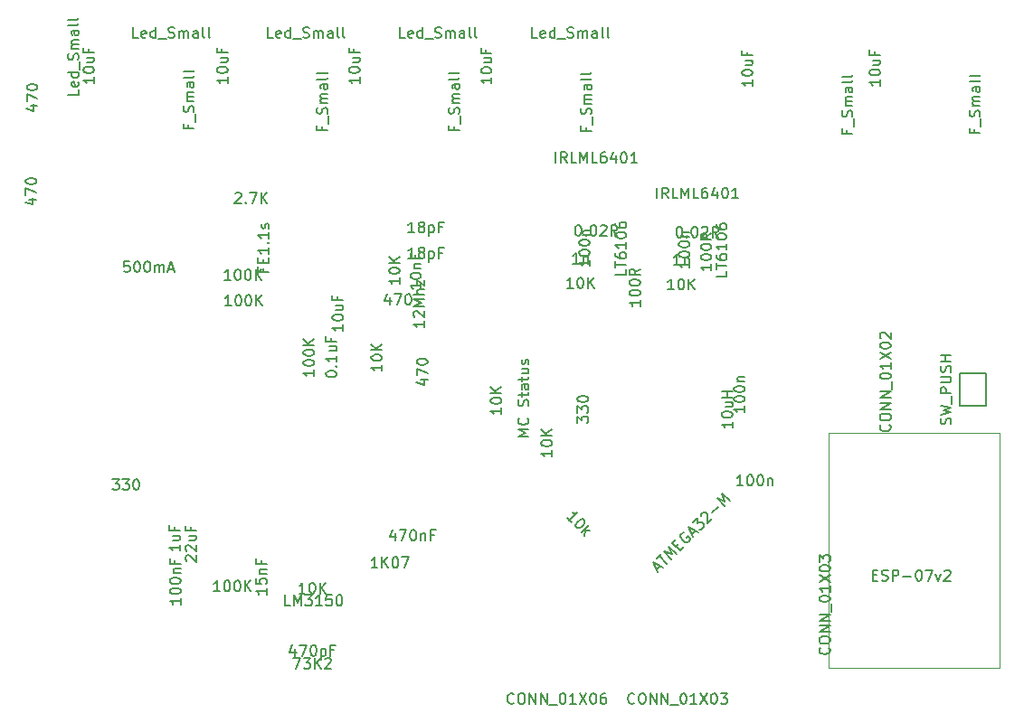
<source format=gbr>
G04 #@! TF.FileFunction,Other,Fab,Top*
%FSLAX46Y46*%
G04 Gerber Fmt 4.6, Leading zero omitted, Abs format (unit mm)*
G04 Created by KiCad (PCBNEW 4.0.1-stable) date 08.07.2016 9:17:41*
%MOMM*%
G01*
G04 APERTURE LIST*
%ADD10C,0.100000*%
%ADD11C,0.050000*%
%ADD12C,0.150000*%
G04 APERTURE END LIST*
D10*
D11*
X169890000Y-111910000D02*
X169890000Y-89910000D01*
X169890000Y-89910000D02*
X185890000Y-89910000D01*
X185898000Y-89910000D02*
X185898000Y-111910000D01*
X185890000Y-111910000D02*
X169890000Y-111910000D01*
D12*
X184660000Y-84300000D02*
X184660000Y-87300000D01*
X184660000Y-87300000D02*
X182160000Y-87300000D01*
X182160000Y-87300000D02*
X182160000Y-84300000D01*
X182160000Y-84300000D02*
X184660000Y-84300000D01*
X174020952Y-103188571D02*
X174354286Y-103188571D01*
X174497143Y-103712381D02*
X174020952Y-103712381D01*
X174020952Y-102712381D01*
X174497143Y-102712381D01*
X174878095Y-103664762D02*
X175020952Y-103712381D01*
X175259048Y-103712381D01*
X175354286Y-103664762D01*
X175401905Y-103617143D01*
X175449524Y-103521905D01*
X175449524Y-103426667D01*
X175401905Y-103331429D01*
X175354286Y-103283810D01*
X175259048Y-103236190D01*
X175068571Y-103188571D01*
X174973333Y-103140952D01*
X174925714Y-103093333D01*
X174878095Y-102998095D01*
X174878095Y-102902857D01*
X174925714Y-102807619D01*
X174973333Y-102760000D01*
X175068571Y-102712381D01*
X175306667Y-102712381D01*
X175449524Y-102760000D01*
X175878095Y-103712381D02*
X175878095Y-102712381D01*
X176259048Y-102712381D01*
X176354286Y-102760000D01*
X176401905Y-102807619D01*
X176449524Y-102902857D01*
X176449524Y-103045714D01*
X176401905Y-103140952D01*
X176354286Y-103188571D01*
X176259048Y-103236190D01*
X175878095Y-103236190D01*
X176878095Y-103331429D02*
X177640000Y-103331429D01*
X178306666Y-102712381D02*
X178401905Y-102712381D01*
X178497143Y-102760000D01*
X178544762Y-102807619D01*
X178592381Y-102902857D01*
X178640000Y-103093333D01*
X178640000Y-103331429D01*
X178592381Y-103521905D01*
X178544762Y-103617143D01*
X178497143Y-103664762D01*
X178401905Y-103712381D01*
X178306666Y-103712381D01*
X178211428Y-103664762D01*
X178163809Y-103617143D01*
X178116190Y-103521905D01*
X178068571Y-103331429D01*
X178068571Y-103093333D01*
X178116190Y-102902857D01*
X178163809Y-102807619D01*
X178211428Y-102760000D01*
X178306666Y-102712381D01*
X178973333Y-102712381D02*
X179640000Y-102712381D01*
X179211428Y-103712381D01*
X179925714Y-103045714D02*
X180163809Y-103712381D01*
X180401905Y-103045714D01*
X180735238Y-102807619D02*
X180782857Y-102760000D01*
X180878095Y-102712381D01*
X181116191Y-102712381D01*
X181211429Y-102760000D01*
X181259048Y-102807619D01*
X181306667Y-102902857D01*
X181306667Y-102998095D01*
X181259048Y-103140952D01*
X180687619Y-103712381D01*
X181306667Y-103712381D01*
X145822395Y-98242310D02*
X145418333Y-97838249D01*
X145620363Y-98040279D02*
X146327470Y-97333172D01*
X146159112Y-97366844D01*
X146024425Y-97366844D01*
X145923410Y-97333172D01*
X146967234Y-97972935D02*
X147034578Y-98040280D01*
X147068249Y-98141295D01*
X147068249Y-98208638D01*
X147034578Y-98309653D01*
X146933563Y-98478012D01*
X146765203Y-98646371D01*
X146596845Y-98747386D01*
X146495830Y-98781058D01*
X146428486Y-98781058D01*
X146327471Y-98747386D01*
X146260127Y-98680042D01*
X146226455Y-98579027D01*
X146226455Y-98511684D01*
X146260127Y-98410668D01*
X146361142Y-98242310D01*
X146529501Y-98073951D01*
X146697860Y-97972935D01*
X146798875Y-97939264D01*
X146866218Y-97939264D01*
X146967234Y-97972935D01*
X146798875Y-99218790D02*
X147505982Y-98511684D01*
X147135592Y-99016760D02*
X147068249Y-99488165D01*
X147539654Y-99016760D02*
X147000905Y-99016760D01*
X162792381Y-56801428D02*
X162792381Y-57372857D01*
X162792381Y-57087143D02*
X161792381Y-57087143D01*
X161935238Y-57182381D01*
X162030476Y-57277619D01*
X162078095Y-57372857D01*
X161792381Y-56182381D02*
X161792381Y-56087142D01*
X161840000Y-55991904D01*
X161887619Y-55944285D01*
X161982857Y-55896666D01*
X162173333Y-55849047D01*
X162411429Y-55849047D01*
X162601905Y-55896666D01*
X162697143Y-55944285D01*
X162744762Y-55991904D01*
X162792381Y-56087142D01*
X162792381Y-56182381D01*
X162744762Y-56277619D01*
X162697143Y-56325238D01*
X162601905Y-56372857D01*
X162411429Y-56420476D01*
X162173333Y-56420476D01*
X161982857Y-56372857D01*
X161887619Y-56325238D01*
X161840000Y-56277619D01*
X161792381Y-56182381D01*
X162125714Y-54991904D02*
X162792381Y-54991904D01*
X162125714Y-55420476D02*
X162649524Y-55420476D01*
X162744762Y-55372857D01*
X162792381Y-55277619D01*
X162792381Y-55134761D01*
X162744762Y-55039523D01*
X162697143Y-54991904D01*
X162268571Y-54182380D02*
X162268571Y-54515714D01*
X162792381Y-54515714D02*
X161792381Y-54515714D01*
X161792381Y-54039523D01*
X171617931Y-61487003D02*
X171617931Y-61820337D01*
X172141741Y-61820337D02*
X171141741Y-61820337D01*
X171141741Y-61344146D01*
X172236979Y-61201289D02*
X172236979Y-60439384D01*
X172094122Y-60248908D02*
X172141741Y-60106051D01*
X172141741Y-59867955D01*
X172094122Y-59772717D01*
X172046503Y-59725098D01*
X171951265Y-59677479D01*
X171856027Y-59677479D01*
X171760789Y-59725098D01*
X171713170Y-59772717D01*
X171665550Y-59867955D01*
X171617931Y-60058432D01*
X171570312Y-60153670D01*
X171522693Y-60201289D01*
X171427455Y-60248908D01*
X171332217Y-60248908D01*
X171236979Y-60201289D01*
X171189360Y-60153670D01*
X171141741Y-60058432D01*
X171141741Y-59820336D01*
X171189360Y-59677479D01*
X172141741Y-59248908D02*
X171475074Y-59248908D01*
X171570312Y-59248908D02*
X171522693Y-59201289D01*
X171475074Y-59106051D01*
X171475074Y-58963193D01*
X171522693Y-58867955D01*
X171617931Y-58820336D01*
X172141741Y-58820336D01*
X171617931Y-58820336D02*
X171522693Y-58772717D01*
X171475074Y-58677479D01*
X171475074Y-58534622D01*
X171522693Y-58439384D01*
X171617931Y-58391765D01*
X172141741Y-58391765D01*
X172141741Y-57487003D02*
X171617931Y-57487003D01*
X171522693Y-57534622D01*
X171475074Y-57629860D01*
X171475074Y-57820337D01*
X171522693Y-57915575D01*
X172094122Y-57487003D02*
X172141741Y-57582241D01*
X172141741Y-57820337D01*
X172094122Y-57915575D01*
X171998884Y-57963194D01*
X171903646Y-57963194D01*
X171808408Y-57915575D01*
X171760789Y-57820337D01*
X171760789Y-57582241D01*
X171713170Y-57487003D01*
X172141741Y-56867956D02*
X172094122Y-56963194D01*
X171998884Y-57010813D01*
X171141741Y-57010813D01*
X172141741Y-56344146D02*
X172094122Y-56439384D01*
X171998884Y-56487003D01*
X171141741Y-56487003D01*
X153802294Y-102669301D02*
X154139012Y-102332583D01*
X153936981Y-102938675D02*
X153465576Y-101995866D01*
X154408385Y-102467270D01*
X153835965Y-101625476D02*
X154240027Y-101221415D01*
X154745103Y-102130553D02*
X154037996Y-101423446D01*
X155182836Y-101692820D02*
X154475729Y-100985713D01*
X155216508Y-101255087D01*
X154947134Y-100514308D01*
X155654240Y-101221415D01*
X155620568Y-100514308D02*
X155856271Y-100278605D01*
X156327675Y-100547980D02*
X155990958Y-100884698D01*
X155283851Y-100177591D01*
X155620569Y-99840873D01*
X156327675Y-99201110D02*
X156226660Y-99234782D01*
X156125645Y-99335797D01*
X156058301Y-99470484D01*
X156058301Y-99605171D01*
X156091973Y-99706186D01*
X156192988Y-99874545D01*
X156294004Y-99975561D01*
X156462362Y-100076576D01*
X156563377Y-100110248D01*
X156698064Y-100110248D01*
X156832752Y-100042903D01*
X156900095Y-99975560D01*
X156967439Y-99840873D01*
X156967439Y-99773530D01*
X156731737Y-99537828D01*
X156597050Y-99672515D01*
X157102126Y-99369469D02*
X157438844Y-99032751D01*
X157236813Y-99638843D02*
X156765408Y-98696034D01*
X157708217Y-99167438D01*
X157169469Y-98291973D02*
X157607202Y-97854240D01*
X157640873Y-98359316D01*
X157741889Y-98258300D01*
X157842904Y-98224629D01*
X157910248Y-98224629D01*
X158011263Y-98258301D01*
X158179622Y-98426660D01*
X158213294Y-98527675D01*
X158213294Y-98595018D01*
X158179622Y-98696033D01*
X157977591Y-98898064D01*
X157876576Y-98931736D01*
X157809232Y-98931736D01*
X157943919Y-97652209D02*
X157943919Y-97584866D01*
X157977591Y-97483851D01*
X158145950Y-97315491D01*
X158246965Y-97281820D01*
X158314309Y-97281820D01*
X158415324Y-97315491D01*
X158482667Y-97382835D01*
X158550011Y-97517522D01*
X158550011Y-98325644D01*
X158987744Y-97887911D01*
X159021416Y-97315492D02*
X159560164Y-96776744D01*
X160166255Y-96709401D02*
X159459148Y-96002294D01*
X160199927Y-96271668D01*
X159930553Y-95530889D01*
X160637660Y-96237996D01*
X146533334Y-74002381D02*
X145961905Y-74002381D01*
X146247619Y-74002381D02*
X146247619Y-73002381D01*
X146152381Y-73145238D01*
X146057143Y-73240476D01*
X145961905Y-73288095D01*
X146961905Y-73335714D02*
X146961905Y-74002381D01*
X146961905Y-73430952D02*
X147009524Y-73383333D01*
X147104762Y-73335714D01*
X147247620Y-73335714D01*
X147342858Y-73383333D01*
X147390477Y-73478571D01*
X147390477Y-74002381D01*
X150952381Y-74576190D02*
X150952381Y-75052381D01*
X149952381Y-75052381D01*
X149952381Y-74385714D02*
X149952381Y-73814285D01*
X150952381Y-74100000D02*
X149952381Y-74100000D01*
X149952381Y-73052380D02*
X149952381Y-73242857D01*
X150000000Y-73338095D01*
X150047619Y-73385714D01*
X150190476Y-73480952D01*
X150380952Y-73528571D01*
X150761905Y-73528571D01*
X150857143Y-73480952D01*
X150904762Y-73433333D01*
X150952381Y-73338095D01*
X150952381Y-73147618D01*
X150904762Y-73052380D01*
X150857143Y-73004761D01*
X150761905Y-72957142D01*
X150523810Y-72957142D01*
X150428571Y-73004761D01*
X150380952Y-73052380D01*
X150333333Y-73147618D01*
X150333333Y-73338095D01*
X150380952Y-73433333D01*
X150428571Y-73480952D01*
X150523810Y-73528571D01*
X150952381Y-72004761D02*
X150952381Y-72576190D01*
X150952381Y-72290476D02*
X149952381Y-72290476D01*
X150095238Y-72385714D01*
X150190476Y-72480952D01*
X150238095Y-72576190D01*
X149952381Y-71385714D02*
X149952381Y-71290475D01*
X150000000Y-71195237D01*
X150047619Y-71147618D01*
X150142857Y-71099999D01*
X150333333Y-71052380D01*
X150571429Y-71052380D01*
X150761905Y-71099999D01*
X150857143Y-71147618D01*
X150904762Y-71195237D01*
X150952381Y-71290475D01*
X150952381Y-71385714D01*
X150904762Y-71480952D01*
X150857143Y-71528571D01*
X150761905Y-71576190D01*
X150571429Y-71623809D01*
X150333333Y-71623809D01*
X150142857Y-71576190D01*
X150047619Y-71528571D01*
X150000000Y-71480952D01*
X149952381Y-71385714D01*
X149952381Y-70195237D02*
X149952381Y-70385714D01*
X150000000Y-70480952D01*
X150047619Y-70528571D01*
X150190476Y-70623809D01*
X150380952Y-70671428D01*
X150761905Y-70671428D01*
X150857143Y-70623809D01*
X150904762Y-70576190D01*
X150952381Y-70480952D01*
X150952381Y-70290475D01*
X150904762Y-70195237D01*
X150857143Y-70147618D01*
X150761905Y-70099999D01*
X150523810Y-70099999D01*
X150428571Y-70147618D01*
X150380952Y-70195237D01*
X150333333Y-70290475D01*
X150333333Y-70480952D01*
X150380952Y-70576190D01*
X150428571Y-70623809D01*
X150523810Y-70671428D01*
X146411905Y-70402381D02*
X146507144Y-70402381D01*
X146602382Y-70450000D01*
X146650001Y-70497619D01*
X146697620Y-70592857D01*
X146745239Y-70783333D01*
X146745239Y-71021429D01*
X146697620Y-71211905D01*
X146650001Y-71307143D01*
X146602382Y-71354762D01*
X146507144Y-71402381D01*
X146411905Y-71402381D01*
X146316667Y-71354762D01*
X146269048Y-71307143D01*
X146221429Y-71211905D01*
X146173810Y-71021429D01*
X146173810Y-70783333D01*
X146221429Y-70592857D01*
X146269048Y-70497619D01*
X146316667Y-70450000D01*
X146411905Y-70402381D01*
X147173810Y-71307143D02*
X147221429Y-71354762D01*
X147173810Y-71402381D01*
X147126191Y-71354762D01*
X147173810Y-71307143D01*
X147173810Y-71402381D01*
X147840476Y-70402381D02*
X147935715Y-70402381D01*
X148030953Y-70450000D01*
X148078572Y-70497619D01*
X148126191Y-70592857D01*
X148173810Y-70783333D01*
X148173810Y-71021429D01*
X148126191Y-71211905D01*
X148078572Y-71307143D01*
X148030953Y-71354762D01*
X147935715Y-71402381D01*
X147840476Y-71402381D01*
X147745238Y-71354762D01*
X147697619Y-71307143D01*
X147650000Y-71211905D01*
X147602381Y-71021429D01*
X147602381Y-70783333D01*
X147650000Y-70592857D01*
X147697619Y-70497619D01*
X147745238Y-70450000D01*
X147840476Y-70402381D01*
X148554762Y-70497619D02*
X148602381Y-70450000D01*
X148697619Y-70402381D01*
X148935715Y-70402381D01*
X149030953Y-70450000D01*
X149078572Y-70497619D01*
X149126191Y-70592857D01*
X149126191Y-70688095D01*
X149078572Y-70830952D01*
X148507143Y-71402381D01*
X149126191Y-71402381D01*
X150126191Y-71402381D02*
X149792857Y-70926190D01*
X149554762Y-71402381D02*
X149554762Y-70402381D01*
X149935715Y-70402381D01*
X150030953Y-70450000D01*
X150078572Y-70497619D01*
X150126191Y-70592857D01*
X150126191Y-70735714D01*
X150078572Y-70830952D01*
X150030953Y-70878571D01*
X149935715Y-70926190D01*
X149554762Y-70926190D01*
X160372381Y-74716190D02*
X160372381Y-75192381D01*
X159372381Y-75192381D01*
X159372381Y-74525714D02*
X159372381Y-73954285D01*
X160372381Y-74240000D02*
X159372381Y-74240000D01*
X159372381Y-73192380D02*
X159372381Y-73382857D01*
X159420000Y-73478095D01*
X159467619Y-73525714D01*
X159610476Y-73620952D01*
X159800952Y-73668571D01*
X160181905Y-73668571D01*
X160277143Y-73620952D01*
X160324762Y-73573333D01*
X160372381Y-73478095D01*
X160372381Y-73287618D01*
X160324762Y-73192380D01*
X160277143Y-73144761D01*
X160181905Y-73097142D01*
X159943810Y-73097142D01*
X159848571Y-73144761D01*
X159800952Y-73192380D01*
X159753333Y-73287618D01*
X159753333Y-73478095D01*
X159800952Y-73573333D01*
X159848571Y-73620952D01*
X159943810Y-73668571D01*
X160372381Y-72144761D02*
X160372381Y-72716190D01*
X160372381Y-72430476D02*
X159372381Y-72430476D01*
X159515238Y-72525714D01*
X159610476Y-72620952D01*
X159658095Y-72716190D01*
X159372381Y-71525714D02*
X159372381Y-71430475D01*
X159420000Y-71335237D01*
X159467619Y-71287618D01*
X159562857Y-71239999D01*
X159753333Y-71192380D01*
X159991429Y-71192380D01*
X160181905Y-71239999D01*
X160277143Y-71287618D01*
X160324762Y-71335237D01*
X160372381Y-71430475D01*
X160372381Y-71525714D01*
X160324762Y-71620952D01*
X160277143Y-71668571D01*
X160181905Y-71716190D01*
X159991429Y-71763809D01*
X159753333Y-71763809D01*
X159562857Y-71716190D01*
X159467619Y-71668571D01*
X159420000Y-71620952D01*
X159372381Y-71525714D01*
X159372381Y-70335237D02*
X159372381Y-70525714D01*
X159420000Y-70620952D01*
X159467619Y-70668571D01*
X159610476Y-70763809D01*
X159800952Y-70811428D01*
X160181905Y-70811428D01*
X160277143Y-70763809D01*
X160324762Y-70716190D01*
X160372381Y-70620952D01*
X160372381Y-70430475D01*
X160324762Y-70335237D01*
X160277143Y-70287618D01*
X160181905Y-70239999D01*
X159943810Y-70239999D01*
X159848571Y-70287618D01*
X159800952Y-70335237D01*
X159753333Y-70430475D01*
X159753333Y-70620952D01*
X159800952Y-70716190D01*
X159848571Y-70763809D01*
X159943810Y-70811428D01*
X158922381Y-74056666D02*
X158922381Y-74628095D01*
X158922381Y-74342381D02*
X157922381Y-74342381D01*
X158065238Y-74437619D01*
X158160476Y-74532857D01*
X158208095Y-74628095D01*
X157922381Y-73437619D02*
X157922381Y-73342380D01*
X157970000Y-73247142D01*
X158017619Y-73199523D01*
X158112857Y-73151904D01*
X158303333Y-73104285D01*
X158541429Y-73104285D01*
X158731905Y-73151904D01*
X158827143Y-73199523D01*
X158874762Y-73247142D01*
X158922381Y-73342380D01*
X158922381Y-73437619D01*
X158874762Y-73532857D01*
X158827143Y-73580476D01*
X158731905Y-73628095D01*
X158541429Y-73675714D01*
X158303333Y-73675714D01*
X158112857Y-73628095D01*
X158017619Y-73580476D01*
X157970000Y-73532857D01*
X157922381Y-73437619D01*
X157922381Y-72485238D02*
X157922381Y-72389999D01*
X157970000Y-72294761D01*
X158017619Y-72247142D01*
X158112857Y-72199523D01*
X158303333Y-72151904D01*
X158541429Y-72151904D01*
X158731905Y-72199523D01*
X158827143Y-72247142D01*
X158874762Y-72294761D01*
X158922381Y-72389999D01*
X158922381Y-72485238D01*
X158874762Y-72580476D01*
X158827143Y-72628095D01*
X158731905Y-72675714D01*
X158541429Y-72723333D01*
X158303333Y-72723333D01*
X158112857Y-72675714D01*
X158017619Y-72628095D01*
X157970000Y-72580476D01*
X157922381Y-72485238D01*
X158922381Y-71151904D02*
X158446190Y-71485238D01*
X158922381Y-71723333D02*
X157922381Y-71723333D01*
X157922381Y-71342380D01*
X157970000Y-71247142D01*
X158017619Y-71199523D01*
X158112857Y-71151904D01*
X158255714Y-71151904D01*
X158350952Y-71199523D01*
X158398571Y-71247142D01*
X158446190Y-71342380D01*
X158446190Y-71723333D01*
X156872381Y-73809047D02*
X156872381Y-74380476D01*
X156872381Y-74094762D02*
X155872381Y-74094762D01*
X156015238Y-74190000D01*
X156110476Y-74285238D01*
X156158095Y-74380476D01*
X155872381Y-73190000D02*
X155872381Y-73094761D01*
X155920000Y-72999523D01*
X155967619Y-72951904D01*
X156062857Y-72904285D01*
X156253333Y-72856666D01*
X156491429Y-72856666D01*
X156681905Y-72904285D01*
X156777143Y-72951904D01*
X156824762Y-72999523D01*
X156872381Y-73094761D01*
X156872381Y-73190000D01*
X156824762Y-73285238D01*
X156777143Y-73332857D01*
X156681905Y-73380476D01*
X156491429Y-73428095D01*
X156253333Y-73428095D01*
X156062857Y-73380476D01*
X155967619Y-73332857D01*
X155920000Y-73285238D01*
X155872381Y-73190000D01*
X155872381Y-72237619D02*
X155872381Y-72142380D01*
X155920000Y-72047142D01*
X155967619Y-71999523D01*
X156062857Y-71951904D01*
X156253333Y-71904285D01*
X156491429Y-71904285D01*
X156681905Y-71951904D01*
X156777143Y-71999523D01*
X156824762Y-72047142D01*
X156872381Y-72142380D01*
X156872381Y-72237619D01*
X156824762Y-72332857D01*
X156777143Y-72380476D01*
X156681905Y-72428095D01*
X156491429Y-72475714D01*
X156253333Y-72475714D01*
X156062857Y-72428095D01*
X155967619Y-72380476D01*
X155920000Y-72332857D01*
X155872381Y-72237619D01*
X156205714Y-71475714D02*
X156872381Y-71475714D01*
X156300952Y-71475714D02*
X156253333Y-71428095D01*
X156205714Y-71332857D01*
X156205714Y-71189999D01*
X156253333Y-71094761D01*
X156348571Y-71047142D01*
X156872381Y-71047142D01*
X155881905Y-70542381D02*
X155977144Y-70542381D01*
X156072382Y-70590000D01*
X156120001Y-70637619D01*
X156167620Y-70732857D01*
X156215239Y-70923333D01*
X156215239Y-71161429D01*
X156167620Y-71351905D01*
X156120001Y-71447143D01*
X156072382Y-71494762D01*
X155977144Y-71542381D01*
X155881905Y-71542381D01*
X155786667Y-71494762D01*
X155739048Y-71447143D01*
X155691429Y-71351905D01*
X155643810Y-71161429D01*
X155643810Y-70923333D01*
X155691429Y-70732857D01*
X155739048Y-70637619D01*
X155786667Y-70590000D01*
X155881905Y-70542381D01*
X156643810Y-71447143D02*
X156691429Y-71494762D01*
X156643810Y-71542381D01*
X156596191Y-71494762D01*
X156643810Y-71447143D01*
X156643810Y-71542381D01*
X157310476Y-70542381D02*
X157405715Y-70542381D01*
X157500953Y-70590000D01*
X157548572Y-70637619D01*
X157596191Y-70732857D01*
X157643810Y-70923333D01*
X157643810Y-71161429D01*
X157596191Y-71351905D01*
X157548572Y-71447143D01*
X157500953Y-71494762D01*
X157405715Y-71542381D01*
X157310476Y-71542381D01*
X157215238Y-71494762D01*
X157167619Y-71447143D01*
X157120000Y-71351905D01*
X157072381Y-71161429D01*
X157072381Y-70923333D01*
X157120000Y-70732857D01*
X157167619Y-70637619D01*
X157215238Y-70590000D01*
X157310476Y-70542381D01*
X158024762Y-70637619D02*
X158072381Y-70590000D01*
X158167619Y-70542381D01*
X158405715Y-70542381D01*
X158500953Y-70590000D01*
X158548572Y-70637619D01*
X158596191Y-70732857D01*
X158596191Y-70828095D01*
X158548572Y-70970952D01*
X157977143Y-71542381D01*
X158596191Y-71542381D01*
X159596191Y-71542381D02*
X159262857Y-71066190D01*
X159024762Y-71542381D02*
X159024762Y-70542381D01*
X159405715Y-70542381D01*
X159500953Y-70590000D01*
X159548572Y-70637619D01*
X159596191Y-70732857D01*
X159596191Y-70875714D01*
X159548572Y-70970952D01*
X159500953Y-71018571D01*
X159405715Y-71066190D01*
X159024762Y-71066190D01*
X146009524Y-76302381D02*
X145438095Y-76302381D01*
X145723809Y-76302381D02*
X145723809Y-75302381D01*
X145628571Y-75445238D01*
X145533333Y-75540476D01*
X145438095Y-75588095D01*
X146628571Y-75302381D02*
X146723810Y-75302381D01*
X146819048Y-75350000D01*
X146866667Y-75397619D01*
X146914286Y-75492857D01*
X146961905Y-75683333D01*
X146961905Y-75921429D01*
X146914286Y-76111905D01*
X146866667Y-76207143D01*
X146819048Y-76254762D01*
X146723810Y-76302381D01*
X146628571Y-76302381D01*
X146533333Y-76254762D01*
X146485714Y-76207143D01*
X146438095Y-76111905D01*
X146390476Y-75921429D01*
X146390476Y-75683333D01*
X146438095Y-75492857D01*
X146485714Y-75397619D01*
X146533333Y-75350000D01*
X146628571Y-75302381D01*
X147390476Y-76302381D02*
X147390476Y-75302381D01*
X147961905Y-76302381D02*
X147533333Y-75730952D01*
X147961905Y-75302381D02*
X147390476Y-75873810D01*
X116978571Y-74454761D02*
X116978571Y-74788095D01*
X117502381Y-74788095D02*
X116502381Y-74788095D01*
X116502381Y-74311904D01*
X116978571Y-73930952D02*
X116978571Y-73597618D01*
X117502381Y-73454761D02*
X117502381Y-73930952D01*
X116502381Y-73930952D01*
X116502381Y-73454761D01*
X117502381Y-72502380D02*
X117502381Y-73073809D01*
X117502381Y-72788095D02*
X116502381Y-72788095D01*
X116645238Y-72883333D01*
X116740476Y-72978571D01*
X116788095Y-73073809D01*
X117407143Y-72073809D02*
X117454762Y-72026190D01*
X117502381Y-72073809D01*
X117454762Y-72121428D01*
X117407143Y-72073809D01*
X117502381Y-72073809D01*
X117502381Y-71073809D02*
X117502381Y-71645238D01*
X117502381Y-71359524D02*
X116502381Y-71359524D01*
X116645238Y-71454762D01*
X116740476Y-71550000D01*
X116788095Y-71645238D01*
X117454762Y-70692857D02*
X117502381Y-70597619D01*
X117502381Y-70407143D01*
X117454762Y-70311904D01*
X117359524Y-70264285D01*
X117311905Y-70264285D01*
X117216667Y-70311904D01*
X117169048Y-70407143D01*
X117169048Y-70550000D01*
X117121429Y-70645238D01*
X117026190Y-70692857D01*
X116978571Y-70692857D01*
X116883333Y-70645238D01*
X116835714Y-70550000D01*
X116835714Y-70407143D01*
X116883333Y-70311904D01*
X132052381Y-79399047D02*
X132052381Y-79970476D01*
X132052381Y-79684762D02*
X131052381Y-79684762D01*
X131195238Y-79780000D01*
X131290476Y-79875238D01*
X131338095Y-79970476D01*
X131147619Y-79018095D02*
X131100000Y-78970476D01*
X131052381Y-78875238D01*
X131052381Y-78637142D01*
X131100000Y-78541904D01*
X131147619Y-78494285D01*
X131242857Y-78446666D01*
X131338095Y-78446666D01*
X131480952Y-78494285D01*
X132052381Y-79065714D01*
X132052381Y-78446666D01*
X132052381Y-78018095D02*
X131052381Y-78018095D01*
X131766667Y-77684761D01*
X131052381Y-77351428D01*
X132052381Y-77351428D01*
X132052381Y-76875238D02*
X131052381Y-76875238D01*
X132052381Y-76446666D02*
X131528571Y-76446666D01*
X131433333Y-76494285D01*
X131385714Y-76589523D01*
X131385714Y-76732381D01*
X131433333Y-76827619D01*
X131480952Y-76875238D01*
X131385714Y-76065714D02*
X131385714Y-75541904D01*
X132052381Y-76065714D01*
X132052381Y-75541904D01*
X119533334Y-106052381D02*
X119057143Y-106052381D01*
X119057143Y-105052381D01*
X119866667Y-106052381D02*
X119866667Y-105052381D01*
X120200001Y-105766667D01*
X120533334Y-105052381D01*
X120533334Y-106052381D01*
X120914286Y-105052381D02*
X121533334Y-105052381D01*
X121200000Y-105433333D01*
X121342858Y-105433333D01*
X121438096Y-105480952D01*
X121485715Y-105528571D01*
X121533334Y-105623810D01*
X121533334Y-105861905D01*
X121485715Y-105957143D01*
X121438096Y-106004762D01*
X121342858Y-106052381D01*
X121057143Y-106052381D01*
X120961905Y-106004762D01*
X120914286Y-105957143D01*
X122485715Y-106052381D02*
X121914286Y-106052381D01*
X122200000Y-106052381D02*
X122200000Y-105052381D01*
X122104762Y-105195238D01*
X122009524Y-105290476D01*
X121914286Y-105338095D01*
X123390477Y-105052381D02*
X122914286Y-105052381D01*
X122866667Y-105528571D01*
X122914286Y-105480952D01*
X123009524Y-105433333D01*
X123247620Y-105433333D01*
X123342858Y-105480952D01*
X123390477Y-105528571D01*
X123438096Y-105623810D01*
X123438096Y-105861905D01*
X123390477Y-105957143D01*
X123342858Y-106004762D01*
X123247620Y-106052381D01*
X123009524Y-106052381D01*
X122914286Y-106004762D01*
X122866667Y-105957143D01*
X124057143Y-105052381D02*
X124152382Y-105052381D01*
X124247620Y-105100000D01*
X124295239Y-105147619D01*
X124342858Y-105242857D01*
X124390477Y-105433333D01*
X124390477Y-105671429D01*
X124342858Y-105861905D01*
X124295239Y-105957143D01*
X124247620Y-106004762D01*
X124152382Y-106052381D01*
X124057143Y-106052381D01*
X123961905Y-106004762D01*
X123914286Y-105957143D01*
X123866667Y-105861905D01*
X123819048Y-105671429D01*
X123819048Y-105433333D01*
X123866667Y-105242857D01*
X123914286Y-105147619D01*
X123961905Y-105100000D01*
X124057143Y-105052381D01*
X99702381Y-57720449D02*
X99702381Y-58196640D01*
X98702381Y-58196640D01*
X99654762Y-57006163D02*
X99702381Y-57101401D01*
X99702381Y-57291878D01*
X99654762Y-57387116D01*
X99559524Y-57434735D01*
X99178571Y-57434735D01*
X99083333Y-57387116D01*
X99035714Y-57291878D01*
X99035714Y-57101401D01*
X99083333Y-57006163D01*
X99178571Y-56958544D01*
X99273810Y-56958544D01*
X99369048Y-57434735D01*
X99702381Y-56101401D02*
X98702381Y-56101401D01*
X99654762Y-56101401D02*
X99702381Y-56196639D01*
X99702381Y-56387116D01*
X99654762Y-56482354D01*
X99607143Y-56529973D01*
X99511905Y-56577592D01*
X99226190Y-56577592D01*
X99130952Y-56529973D01*
X99083333Y-56482354D01*
X99035714Y-56387116D01*
X99035714Y-56196639D01*
X99083333Y-56101401D01*
X99797619Y-55863306D02*
X99797619Y-55101401D01*
X99654762Y-54910925D02*
X99702381Y-54768068D01*
X99702381Y-54529972D01*
X99654762Y-54434734D01*
X99607143Y-54387115D01*
X99511905Y-54339496D01*
X99416667Y-54339496D01*
X99321429Y-54387115D01*
X99273810Y-54434734D01*
X99226190Y-54529972D01*
X99178571Y-54720449D01*
X99130952Y-54815687D01*
X99083333Y-54863306D01*
X98988095Y-54910925D01*
X98892857Y-54910925D01*
X98797619Y-54863306D01*
X98750000Y-54815687D01*
X98702381Y-54720449D01*
X98702381Y-54482353D01*
X98750000Y-54339496D01*
X99702381Y-53910925D02*
X99035714Y-53910925D01*
X99130952Y-53910925D02*
X99083333Y-53863306D01*
X99035714Y-53768068D01*
X99035714Y-53625210D01*
X99083333Y-53529972D01*
X99178571Y-53482353D01*
X99702381Y-53482353D01*
X99178571Y-53482353D02*
X99083333Y-53434734D01*
X99035714Y-53339496D01*
X99035714Y-53196639D01*
X99083333Y-53101401D01*
X99178571Y-53053782D01*
X99702381Y-53053782D01*
X99702381Y-52149020D02*
X99178571Y-52149020D01*
X99083333Y-52196639D01*
X99035714Y-52291877D01*
X99035714Y-52482354D01*
X99083333Y-52577592D01*
X99654762Y-52149020D02*
X99702381Y-52244258D01*
X99702381Y-52482354D01*
X99654762Y-52577592D01*
X99559524Y-52625211D01*
X99464286Y-52625211D01*
X99369048Y-52577592D01*
X99321429Y-52482354D01*
X99321429Y-52244258D01*
X99273810Y-52149020D01*
X99702381Y-51529973D02*
X99654762Y-51625211D01*
X99559524Y-51672830D01*
X98702381Y-51672830D01*
X99702381Y-51006163D02*
X99654762Y-51101401D01*
X99559524Y-51149020D01*
X98702381Y-51149020D01*
X127683334Y-102502381D02*
X127111905Y-102502381D01*
X127397619Y-102502381D02*
X127397619Y-101502381D01*
X127302381Y-101645238D01*
X127207143Y-101740476D01*
X127111905Y-101788095D01*
X128111905Y-102502381D02*
X128111905Y-101502381D01*
X128683334Y-102502381D02*
X128254762Y-101930952D01*
X128683334Y-101502381D02*
X128111905Y-102073810D01*
X129302381Y-101502381D02*
X129397620Y-101502381D01*
X129492858Y-101550000D01*
X129540477Y-101597619D01*
X129588096Y-101692857D01*
X129635715Y-101883333D01*
X129635715Y-102121429D01*
X129588096Y-102311905D01*
X129540477Y-102407143D01*
X129492858Y-102454762D01*
X129397620Y-102502381D01*
X129302381Y-102502381D01*
X129207143Y-102454762D01*
X129159524Y-102407143D01*
X129111905Y-102311905D01*
X129064286Y-102121429D01*
X129064286Y-101883333D01*
X129111905Y-101692857D01*
X129159524Y-101597619D01*
X129207143Y-101550000D01*
X129302381Y-101502381D01*
X129969048Y-101502381D02*
X130635715Y-101502381D01*
X130207143Y-102502381D01*
X112933334Y-104702381D02*
X112361905Y-104702381D01*
X112647619Y-104702381D02*
X112647619Y-103702381D01*
X112552381Y-103845238D01*
X112457143Y-103940476D01*
X112361905Y-103988095D01*
X113552381Y-103702381D02*
X113647620Y-103702381D01*
X113742858Y-103750000D01*
X113790477Y-103797619D01*
X113838096Y-103892857D01*
X113885715Y-104083333D01*
X113885715Y-104321429D01*
X113838096Y-104511905D01*
X113790477Y-104607143D01*
X113742858Y-104654762D01*
X113647620Y-104702381D01*
X113552381Y-104702381D01*
X113457143Y-104654762D01*
X113409524Y-104607143D01*
X113361905Y-104511905D01*
X113314286Y-104321429D01*
X113314286Y-104083333D01*
X113361905Y-103892857D01*
X113409524Y-103797619D01*
X113457143Y-103750000D01*
X113552381Y-103702381D01*
X114504762Y-103702381D02*
X114600001Y-103702381D01*
X114695239Y-103750000D01*
X114742858Y-103797619D01*
X114790477Y-103892857D01*
X114838096Y-104083333D01*
X114838096Y-104321429D01*
X114790477Y-104511905D01*
X114742858Y-104607143D01*
X114695239Y-104654762D01*
X114600001Y-104702381D01*
X114504762Y-104702381D01*
X114409524Y-104654762D01*
X114361905Y-104607143D01*
X114314286Y-104511905D01*
X114266667Y-104321429D01*
X114266667Y-104083333D01*
X114314286Y-103892857D01*
X114361905Y-103797619D01*
X114409524Y-103750000D01*
X114504762Y-103702381D01*
X115266667Y-104702381D02*
X115266667Y-103702381D01*
X115838096Y-104702381D02*
X115409524Y-104130952D01*
X115838096Y-103702381D02*
X115266667Y-104273810D01*
X119957143Y-110085714D02*
X119957143Y-110752381D01*
X119719047Y-109704762D02*
X119480952Y-110419048D01*
X120100000Y-110419048D01*
X120385714Y-109752381D02*
X121052381Y-109752381D01*
X120623809Y-110752381D01*
X121623809Y-109752381D02*
X121719048Y-109752381D01*
X121814286Y-109800000D01*
X121861905Y-109847619D01*
X121909524Y-109942857D01*
X121957143Y-110133333D01*
X121957143Y-110371429D01*
X121909524Y-110561905D01*
X121861905Y-110657143D01*
X121814286Y-110704762D01*
X121719048Y-110752381D01*
X121623809Y-110752381D01*
X121528571Y-110704762D01*
X121480952Y-110657143D01*
X121433333Y-110561905D01*
X121385714Y-110371429D01*
X121385714Y-110133333D01*
X121433333Y-109942857D01*
X121480952Y-109847619D01*
X121528571Y-109800000D01*
X121623809Y-109752381D01*
X122385714Y-110085714D02*
X122385714Y-111085714D01*
X122385714Y-110133333D02*
X122480952Y-110085714D01*
X122671429Y-110085714D01*
X122766667Y-110133333D01*
X122814286Y-110180952D01*
X122861905Y-110276190D01*
X122861905Y-110561905D01*
X122814286Y-110657143D01*
X122766667Y-110704762D01*
X122671429Y-110752381D01*
X122480952Y-110752381D01*
X122385714Y-110704762D01*
X123623810Y-110228571D02*
X123290476Y-110228571D01*
X123290476Y-110752381D02*
X123290476Y-109752381D01*
X123766667Y-109752381D01*
X109202381Y-100345238D02*
X109202381Y-100916667D01*
X109202381Y-100630953D02*
X108202381Y-100630953D01*
X108345238Y-100726191D01*
X108440476Y-100821429D01*
X108488095Y-100916667D01*
X108535714Y-99488095D02*
X109202381Y-99488095D01*
X108535714Y-99916667D02*
X109059524Y-99916667D01*
X109154762Y-99869048D01*
X109202381Y-99773810D01*
X109202381Y-99630952D01*
X109154762Y-99535714D01*
X109107143Y-99488095D01*
X108678571Y-98678571D02*
X108678571Y-99011905D01*
X109202381Y-99011905D02*
X108202381Y-99011905D01*
X108202381Y-98535714D01*
X129307143Y-99285714D02*
X129307143Y-99952381D01*
X129069047Y-98904762D02*
X128830952Y-99619048D01*
X129450000Y-99619048D01*
X129735714Y-98952381D02*
X130402381Y-98952381D01*
X129973809Y-99952381D01*
X130973809Y-98952381D02*
X131069048Y-98952381D01*
X131164286Y-99000000D01*
X131211905Y-99047619D01*
X131259524Y-99142857D01*
X131307143Y-99333333D01*
X131307143Y-99571429D01*
X131259524Y-99761905D01*
X131211905Y-99857143D01*
X131164286Y-99904762D01*
X131069048Y-99952381D01*
X130973809Y-99952381D01*
X130878571Y-99904762D01*
X130830952Y-99857143D01*
X130783333Y-99761905D01*
X130735714Y-99571429D01*
X130735714Y-99333333D01*
X130783333Y-99142857D01*
X130830952Y-99047619D01*
X130878571Y-99000000D01*
X130973809Y-98952381D01*
X131735714Y-99285714D02*
X131735714Y-99952381D01*
X131735714Y-99380952D02*
X131783333Y-99333333D01*
X131878571Y-99285714D01*
X132021429Y-99285714D01*
X132116667Y-99333333D01*
X132164286Y-99428571D01*
X132164286Y-99952381D01*
X132973810Y-99428571D02*
X132640476Y-99428571D01*
X132640476Y-99952381D02*
X132640476Y-98952381D01*
X133116667Y-98952381D01*
X117302381Y-104421428D02*
X117302381Y-104992857D01*
X117302381Y-104707143D02*
X116302381Y-104707143D01*
X116445238Y-104802381D01*
X116540476Y-104897619D01*
X116588095Y-104992857D01*
X116302381Y-103516666D02*
X116302381Y-103992857D01*
X116778571Y-104040476D01*
X116730952Y-103992857D01*
X116683333Y-103897619D01*
X116683333Y-103659523D01*
X116730952Y-103564285D01*
X116778571Y-103516666D01*
X116873810Y-103469047D01*
X117111905Y-103469047D01*
X117207143Y-103516666D01*
X117254762Y-103564285D01*
X117302381Y-103659523D01*
X117302381Y-103897619D01*
X117254762Y-103992857D01*
X117207143Y-104040476D01*
X116635714Y-103040476D02*
X117302381Y-103040476D01*
X116730952Y-103040476D02*
X116683333Y-102992857D01*
X116635714Y-102897619D01*
X116635714Y-102754761D01*
X116683333Y-102659523D01*
X116778571Y-102611904D01*
X117302381Y-102611904D01*
X116778571Y-101802380D02*
X116778571Y-102135714D01*
X117302381Y-102135714D02*
X116302381Y-102135714D01*
X116302381Y-101659523D01*
X109252381Y-105347619D02*
X109252381Y-105919048D01*
X109252381Y-105633334D02*
X108252381Y-105633334D01*
X108395238Y-105728572D01*
X108490476Y-105823810D01*
X108538095Y-105919048D01*
X108252381Y-104728572D02*
X108252381Y-104633333D01*
X108300000Y-104538095D01*
X108347619Y-104490476D01*
X108442857Y-104442857D01*
X108633333Y-104395238D01*
X108871429Y-104395238D01*
X109061905Y-104442857D01*
X109157143Y-104490476D01*
X109204762Y-104538095D01*
X109252381Y-104633333D01*
X109252381Y-104728572D01*
X109204762Y-104823810D01*
X109157143Y-104871429D01*
X109061905Y-104919048D01*
X108871429Y-104966667D01*
X108633333Y-104966667D01*
X108442857Y-104919048D01*
X108347619Y-104871429D01*
X108300000Y-104823810D01*
X108252381Y-104728572D01*
X108252381Y-103776191D02*
X108252381Y-103680952D01*
X108300000Y-103585714D01*
X108347619Y-103538095D01*
X108442857Y-103490476D01*
X108633333Y-103442857D01*
X108871429Y-103442857D01*
X109061905Y-103490476D01*
X109157143Y-103538095D01*
X109204762Y-103585714D01*
X109252381Y-103680952D01*
X109252381Y-103776191D01*
X109204762Y-103871429D01*
X109157143Y-103919048D01*
X109061905Y-103966667D01*
X108871429Y-104014286D01*
X108633333Y-104014286D01*
X108442857Y-103966667D01*
X108347619Y-103919048D01*
X108300000Y-103871429D01*
X108252381Y-103776191D01*
X108585714Y-103014286D02*
X109252381Y-103014286D01*
X108680952Y-103014286D02*
X108633333Y-102966667D01*
X108585714Y-102871429D01*
X108585714Y-102728571D01*
X108633333Y-102633333D01*
X108728571Y-102585714D01*
X109252381Y-102585714D01*
X108728571Y-101776190D02*
X108728571Y-102109524D01*
X109252381Y-102109524D02*
X108252381Y-102109524D01*
X108252381Y-101633333D01*
X109797619Y-101892857D02*
X109750000Y-101845238D01*
X109702381Y-101750000D01*
X109702381Y-101511904D01*
X109750000Y-101416666D01*
X109797619Y-101369047D01*
X109892857Y-101321428D01*
X109988095Y-101321428D01*
X110130952Y-101369047D01*
X110702381Y-101940476D01*
X110702381Y-101321428D01*
X109797619Y-100940476D02*
X109750000Y-100892857D01*
X109702381Y-100797619D01*
X109702381Y-100559523D01*
X109750000Y-100464285D01*
X109797619Y-100416666D01*
X109892857Y-100369047D01*
X109988095Y-100369047D01*
X110130952Y-100416666D01*
X110702381Y-100988095D01*
X110702381Y-100369047D01*
X110035714Y-99511904D02*
X110702381Y-99511904D01*
X110035714Y-99940476D02*
X110559524Y-99940476D01*
X110654762Y-99892857D01*
X110702381Y-99797619D01*
X110702381Y-99654761D01*
X110654762Y-99559523D01*
X110607143Y-99511904D01*
X110178571Y-98702380D02*
X110178571Y-99035714D01*
X110702381Y-99035714D02*
X109702381Y-99035714D01*
X109702381Y-98559523D01*
X161880953Y-94802381D02*
X161309524Y-94802381D01*
X161595238Y-94802381D02*
X161595238Y-93802381D01*
X161500000Y-93945238D01*
X161404762Y-94040476D01*
X161309524Y-94088095D01*
X162500000Y-93802381D02*
X162595239Y-93802381D01*
X162690477Y-93850000D01*
X162738096Y-93897619D01*
X162785715Y-93992857D01*
X162833334Y-94183333D01*
X162833334Y-94421429D01*
X162785715Y-94611905D01*
X162738096Y-94707143D01*
X162690477Y-94754762D01*
X162595239Y-94802381D01*
X162500000Y-94802381D01*
X162404762Y-94754762D01*
X162357143Y-94707143D01*
X162309524Y-94611905D01*
X162261905Y-94421429D01*
X162261905Y-94183333D01*
X162309524Y-93992857D01*
X162357143Y-93897619D01*
X162404762Y-93850000D01*
X162500000Y-93802381D01*
X163452381Y-93802381D02*
X163547620Y-93802381D01*
X163642858Y-93850000D01*
X163690477Y-93897619D01*
X163738096Y-93992857D01*
X163785715Y-94183333D01*
X163785715Y-94421429D01*
X163738096Y-94611905D01*
X163690477Y-94707143D01*
X163642858Y-94754762D01*
X163547620Y-94802381D01*
X163452381Y-94802381D01*
X163357143Y-94754762D01*
X163309524Y-94707143D01*
X163261905Y-94611905D01*
X163214286Y-94421429D01*
X163214286Y-94183333D01*
X163261905Y-93992857D01*
X163309524Y-93897619D01*
X163357143Y-93850000D01*
X163452381Y-93802381D01*
X164214286Y-94135714D02*
X164214286Y-94802381D01*
X164214286Y-94230952D02*
X164261905Y-94183333D01*
X164357143Y-94135714D01*
X164500001Y-94135714D01*
X164595239Y-94183333D01*
X164642858Y-94278571D01*
X164642858Y-94802381D01*
X109977931Y-61032343D02*
X109977931Y-61365677D01*
X110501741Y-61365677D02*
X109501741Y-61365677D01*
X109501741Y-60889486D01*
X110596979Y-60746629D02*
X110596979Y-59984724D01*
X110454122Y-59794248D02*
X110501741Y-59651391D01*
X110501741Y-59413295D01*
X110454122Y-59318057D01*
X110406503Y-59270438D01*
X110311265Y-59222819D01*
X110216027Y-59222819D01*
X110120789Y-59270438D01*
X110073170Y-59318057D01*
X110025550Y-59413295D01*
X109977931Y-59603772D01*
X109930312Y-59699010D01*
X109882693Y-59746629D01*
X109787455Y-59794248D01*
X109692217Y-59794248D01*
X109596979Y-59746629D01*
X109549360Y-59699010D01*
X109501741Y-59603772D01*
X109501741Y-59365676D01*
X109549360Y-59222819D01*
X110501741Y-58794248D02*
X109835074Y-58794248D01*
X109930312Y-58794248D02*
X109882693Y-58746629D01*
X109835074Y-58651391D01*
X109835074Y-58508533D01*
X109882693Y-58413295D01*
X109977931Y-58365676D01*
X110501741Y-58365676D01*
X109977931Y-58365676D02*
X109882693Y-58318057D01*
X109835074Y-58222819D01*
X109835074Y-58079962D01*
X109882693Y-57984724D01*
X109977931Y-57937105D01*
X110501741Y-57937105D01*
X110501741Y-57032343D02*
X109977931Y-57032343D01*
X109882693Y-57079962D01*
X109835074Y-57175200D01*
X109835074Y-57365677D01*
X109882693Y-57460915D01*
X110454122Y-57032343D02*
X110501741Y-57127581D01*
X110501741Y-57365677D01*
X110454122Y-57460915D01*
X110358884Y-57508534D01*
X110263646Y-57508534D01*
X110168408Y-57460915D01*
X110120789Y-57365677D01*
X110120789Y-57127581D01*
X110073170Y-57032343D01*
X110501741Y-56413296D02*
X110454122Y-56508534D01*
X110358884Y-56556153D01*
X109501741Y-56556153D01*
X110501741Y-55889486D02*
X110454122Y-55984724D01*
X110358884Y-56032343D01*
X109501741Y-56032343D01*
X122477931Y-61207003D02*
X122477931Y-61540337D01*
X123001741Y-61540337D02*
X122001741Y-61540337D01*
X122001741Y-61064146D01*
X123096979Y-60921289D02*
X123096979Y-60159384D01*
X122954122Y-59968908D02*
X123001741Y-59826051D01*
X123001741Y-59587955D01*
X122954122Y-59492717D01*
X122906503Y-59445098D01*
X122811265Y-59397479D01*
X122716027Y-59397479D01*
X122620789Y-59445098D01*
X122573170Y-59492717D01*
X122525550Y-59587955D01*
X122477931Y-59778432D01*
X122430312Y-59873670D01*
X122382693Y-59921289D01*
X122287455Y-59968908D01*
X122192217Y-59968908D01*
X122096979Y-59921289D01*
X122049360Y-59873670D01*
X122001741Y-59778432D01*
X122001741Y-59540336D01*
X122049360Y-59397479D01*
X123001741Y-58968908D02*
X122335074Y-58968908D01*
X122430312Y-58968908D02*
X122382693Y-58921289D01*
X122335074Y-58826051D01*
X122335074Y-58683193D01*
X122382693Y-58587955D01*
X122477931Y-58540336D01*
X123001741Y-58540336D01*
X122477931Y-58540336D02*
X122382693Y-58492717D01*
X122335074Y-58397479D01*
X122335074Y-58254622D01*
X122382693Y-58159384D01*
X122477931Y-58111765D01*
X123001741Y-58111765D01*
X123001741Y-57207003D02*
X122477931Y-57207003D01*
X122382693Y-57254622D01*
X122335074Y-57349860D01*
X122335074Y-57540337D01*
X122382693Y-57635575D01*
X122954122Y-57207003D02*
X123001741Y-57302241D01*
X123001741Y-57540337D01*
X122954122Y-57635575D01*
X122858884Y-57683194D01*
X122763646Y-57683194D01*
X122668408Y-57635575D01*
X122620789Y-57540337D01*
X122620789Y-57302241D01*
X122573170Y-57207003D01*
X123001741Y-56587956D02*
X122954122Y-56683194D01*
X122858884Y-56730813D01*
X122001741Y-56730813D01*
X123001741Y-56064146D02*
X122954122Y-56159384D01*
X122858884Y-56207003D01*
X122001741Y-56207003D01*
X147177931Y-61257003D02*
X147177931Y-61590337D01*
X147701741Y-61590337D02*
X146701741Y-61590337D01*
X146701741Y-61114146D01*
X147796979Y-60971289D02*
X147796979Y-60209384D01*
X147654122Y-60018908D02*
X147701741Y-59876051D01*
X147701741Y-59637955D01*
X147654122Y-59542717D01*
X147606503Y-59495098D01*
X147511265Y-59447479D01*
X147416027Y-59447479D01*
X147320789Y-59495098D01*
X147273170Y-59542717D01*
X147225550Y-59637955D01*
X147177931Y-59828432D01*
X147130312Y-59923670D01*
X147082693Y-59971289D01*
X146987455Y-60018908D01*
X146892217Y-60018908D01*
X146796979Y-59971289D01*
X146749360Y-59923670D01*
X146701741Y-59828432D01*
X146701741Y-59590336D01*
X146749360Y-59447479D01*
X147701741Y-59018908D02*
X147035074Y-59018908D01*
X147130312Y-59018908D02*
X147082693Y-58971289D01*
X147035074Y-58876051D01*
X147035074Y-58733193D01*
X147082693Y-58637955D01*
X147177931Y-58590336D01*
X147701741Y-58590336D01*
X147177931Y-58590336D02*
X147082693Y-58542717D01*
X147035074Y-58447479D01*
X147035074Y-58304622D01*
X147082693Y-58209384D01*
X147177931Y-58161765D01*
X147701741Y-58161765D01*
X147701741Y-57257003D02*
X147177931Y-57257003D01*
X147082693Y-57304622D01*
X147035074Y-57399860D01*
X147035074Y-57590337D01*
X147082693Y-57685575D01*
X147654122Y-57257003D02*
X147701741Y-57352241D01*
X147701741Y-57590337D01*
X147654122Y-57685575D01*
X147558884Y-57733194D01*
X147463646Y-57733194D01*
X147368408Y-57685575D01*
X147320789Y-57590337D01*
X147320789Y-57352241D01*
X147273170Y-57257003D01*
X147701741Y-56637956D02*
X147654122Y-56733194D01*
X147558884Y-56780813D01*
X146701741Y-56780813D01*
X147701741Y-56114146D02*
X147654122Y-56209384D01*
X147558884Y-56257003D01*
X146701741Y-56257003D01*
X134827931Y-61207003D02*
X134827931Y-61540337D01*
X135351741Y-61540337D02*
X134351741Y-61540337D01*
X134351741Y-61064146D01*
X135446979Y-60921289D02*
X135446979Y-60159384D01*
X135304122Y-59968908D02*
X135351741Y-59826051D01*
X135351741Y-59587955D01*
X135304122Y-59492717D01*
X135256503Y-59445098D01*
X135161265Y-59397479D01*
X135066027Y-59397479D01*
X134970789Y-59445098D01*
X134923170Y-59492717D01*
X134875550Y-59587955D01*
X134827931Y-59778432D01*
X134780312Y-59873670D01*
X134732693Y-59921289D01*
X134637455Y-59968908D01*
X134542217Y-59968908D01*
X134446979Y-59921289D01*
X134399360Y-59873670D01*
X134351741Y-59778432D01*
X134351741Y-59540336D01*
X134399360Y-59397479D01*
X135351741Y-58968908D02*
X134685074Y-58968908D01*
X134780312Y-58968908D02*
X134732693Y-58921289D01*
X134685074Y-58826051D01*
X134685074Y-58683193D01*
X134732693Y-58587955D01*
X134827931Y-58540336D01*
X135351741Y-58540336D01*
X134827931Y-58540336D02*
X134732693Y-58492717D01*
X134685074Y-58397479D01*
X134685074Y-58254622D01*
X134732693Y-58159384D01*
X134827931Y-58111765D01*
X135351741Y-58111765D01*
X135351741Y-57207003D02*
X134827931Y-57207003D01*
X134732693Y-57254622D01*
X134685074Y-57349860D01*
X134685074Y-57540337D01*
X134732693Y-57635575D01*
X135304122Y-57207003D02*
X135351741Y-57302241D01*
X135351741Y-57540337D01*
X135304122Y-57635575D01*
X135208884Y-57683194D01*
X135113646Y-57683194D01*
X135018408Y-57635575D01*
X134970789Y-57540337D01*
X134970789Y-57302241D01*
X134923170Y-57207003D01*
X135351741Y-56587956D02*
X135304122Y-56683194D01*
X135208884Y-56730813D01*
X134351741Y-56730813D01*
X135351741Y-56064146D02*
X135304122Y-56159384D01*
X135208884Y-56207003D01*
X134351741Y-56207003D01*
X104455277Y-73801741D02*
X103979086Y-73801741D01*
X103931467Y-74277931D01*
X103979086Y-74230312D01*
X104074324Y-74182693D01*
X104312420Y-74182693D01*
X104407658Y-74230312D01*
X104455277Y-74277931D01*
X104502896Y-74373170D01*
X104502896Y-74611265D01*
X104455277Y-74706503D01*
X104407658Y-74754122D01*
X104312420Y-74801741D01*
X104074324Y-74801741D01*
X103979086Y-74754122D01*
X103931467Y-74706503D01*
X105121943Y-73801741D02*
X105217182Y-73801741D01*
X105312420Y-73849360D01*
X105360039Y-73896979D01*
X105407658Y-73992217D01*
X105455277Y-74182693D01*
X105455277Y-74420789D01*
X105407658Y-74611265D01*
X105360039Y-74706503D01*
X105312420Y-74754122D01*
X105217182Y-74801741D01*
X105121943Y-74801741D01*
X105026705Y-74754122D01*
X104979086Y-74706503D01*
X104931467Y-74611265D01*
X104883848Y-74420789D01*
X104883848Y-74182693D01*
X104931467Y-73992217D01*
X104979086Y-73896979D01*
X105026705Y-73849360D01*
X105121943Y-73801741D01*
X106074324Y-73801741D02*
X106169563Y-73801741D01*
X106264801Y-73849360D01*
X106312420Y-73896979D01*
X106360039Y-73992217D01*
X106407658Y-74182693D01*
X106407658Y-74420789D01*
X106360039Y-74611265D01*
X106312420Y-74706503D01*
X106264801Y-74754122D01*
X106169563Y-74801741D01*
X106074324Y-74801741D01*
X105979086Y-74754122D01*
X105931467Y-74706503D01*
X105883848Y-74611265D01*
X105836229Y-74420789D01*
X105836229Y-74182693D01*
X105883848Y-73992217D01*
X105931467Y-73896979D01*
X105979086Y-73849360D01*
X106074324Y-73801741D01*
X106836229Y-74801741D02*
X106836229Y-74135074D01*
X106836229Y-74230312D02*
X106883848Y-74182693D01*
X106979086Y-74135074D01*
X107121944Y-74135074D01*
X107217182Y-74182693D01*
X107264801Y-74277931D01*
X107264801Y-74801741D01*
X107264801Y-74277931D02*
X107312420Y-74182693D01*
X107407658Y-74135074D01*
X107550515Y-74135074D01*
X107645753Y-74182693D01*
X107693372Y-74277931D01*
X107693372Y-74801741D01*
X108121943Y-74516027D02*
X108598134Y-74516027D01*
X108026705Y-74801741D02*
X108360038Y-73801741D01*
X108693372Y-74801741D01*
X183547931Y-61447003D02*
X183547931Y-61780337D01*
X184071741Y-61780337D02*
X183071741Y-61780337D01*
X183071741Y-61304146D01*
X184166979Y-61161289D02*
X184166979Y-60399384D01*
X184024122Y-60208908D02*
X184071741Y-60066051D01*
X184071741Y-59827955D01*
X184024122Y-59732717D01*
X183976503Y-59685098D01*
X183881265Y-59637479D01*
X183786027Y-59637479D01*
X183690789Y-59685098D01*
X183643170Y-59732717D01*
X183595550Y-59827955D01*
X183547931Y-60018432D01*
X183500312Y-60113670D01*
X183452693Y-60161289D01*
X183357455Y-60208908D01*
X183262217Y-60208908D01*
X183166979Y-60161289D01*
X183119360Y-60113670D01*
X183071741Y-60018432D01*
X183071741Y-59780336D01*
X183119360Y-59637479D01*
X184071741Y-59208908D02*
X183405074Y-59208908D01*
X183500312Y-59208908D02*
X183452693Y-59161289D01*
X183405074Y-59066051D01*
X183405074Y-58923193D01*
X183452693Y-58827955D01*
X183547931Y-58780336D01*
X184071741Y-58780336D01*
X183547931Y-58780336D02*
X183452693Y-58732717D01*
X183405074Y-58637479D01*
X183405074Y-58494622D01*
X183452693Y-58399384D01*
X183547931Y-58351765D01*
X184071741Y-58351765D01*
X184071741Y-57447003D02*
X183547931Y-57447003D01*
X183452693Y-57494622D01*
X183405074Y-57589860D01*
X183405074Y-57780337D01*
X183452693Y-57875575D01*
X184024122Y-57447003D02*
X184071741Y-57542241D01*
X184071741Y-57780337D01*
X184024122Y-57875575D01*
X183928884Y-57923194D01*
X183833646Y-57923194D01*
X183738408Y-57875575D01*
X183690789Y-57780337D01*
X183690789Y-57542241D01*
X183643170Y-57447003D01*
X184071741Y-56827956D02*
X184024122Y-56923194D01*
X183928884Y-56970813D01*
X183071741Y-56970813D01*
X184071741Y-56304146D02*
X184024122Y-56399384D01*
X183928884Y-56447003D01*
X183071741Y-56447003D01*
X162052381Y-87369047D02*
X162052381Y-87940476D01*
X162052381Y-87654762D02*
X161052381Y-87654762D01*
X161195238Y-87750000D01*
X161290476Y-87845238D01*
X161338095Y-87940476D01*
X161052381Y-86750000D02*
X161052381Y-86654761D01*
X161100000Y-86559523D01*
X161147619Y-86511904D01*
X161242857Y-86464285D01*
X161433333Y-86416666D01*
X161671429Y-86416666D01*
X161861905Y-86464285D01*
X161957143Y-86511904D01*
X162004762Y-86559523D01*
X162052381Y-86654761D01*
X162052381Y-86750000D01*
X162004762Y-86845238D01*
X161957143Y-86892857D01*
X161861905Y-86940476D01*
X161671429Y-86988095D01*
X161433333Y-86988095D01*
X161242857Y-86940476D01*
X161147619Y-86892857D01*
X161100000Y-86845238D01*
X161052381Y-86750000D01*
X161052381Y-85797619D02*
X161052381Y-85702380D01*
X161100000Y-85607142D01*
X161147619Y-85559523D01*
X161242857Y-85511904D01*
X161433333Y-85464285D01*
X161671429Y-85464285D01*
X161861905Y-85511904D01*
X161957143Y-85559523D01*
X162004762Y-85607142D01*
X162052381Y-85702380D01*
X162052381Y-85797619D01*
X162004762Y-85892857D01*
X161957143Y-85940476D01*
X161861905Y-85988095D01*
X161671429Y-86035714D01*
X161433333Y-86035714D01*
X161242857Y-85988095D01*
X161147619Y-85940476D01*
X161100000Y-85892857D01*
X161052381Y-85797619D01*
X161385714Y-85035714D02*
X162052381Y-85035714D01*
X161480952Y-85035714D02*
X161433333Y-84988095D01*
X161385714Y-84892857D01*
X161385714Y-84749999D01*
X161433333Y-84654761D01*
X161528571Y-84607142D01*
X162052381Y-84607142D01*
X156003334Y-74142381D02*
X155431905Y-74142381D01*
X155717619Y-74142381D02*
X155717619Y-73142381D01*
X155622381Y-73285238D01*
X155527143Y-73380476D01*
X155431905Y-73428095D01*
X156431905Y-73475714D02*
X156431905Y-74142381D01*
X156431905Y-73570952D02*
X156479524Y-73523333D01*
X156574762Y-73475714D01*
X156717620Y-73475714D01*
X156812858Y-73523333D01*
X156860477Y-73618571D01*
X156860477Y-74142381D01*
X147552381Y-73669047D02*
X147552381Y-74240476D01*
X147552381Y-73954762D02*
X146552381Y-73954762D01*
X146695238Y-74050000D01*
X146790476Y-74145238D01*
X146838095Y-74240476D01*
X146552381Y-73050000D02*
X146552381Y-72954761D01*
X146600000Y-72859523D01*
X146647619Y-72811904D01*
X146742857Y-72764285D01*
X146933333Y-72716666D01*
X147171429Y-72716666D01*
X147361905Y-72764285D01*
X147457143Y-72811904D01*
X147504762Y-72859523D01*
X147552381Y-72954761D01*
X147552381Y-73050000D01*
X147504762Y-73145238D01*
X147457143Y-73192857D01*
X147361905Y-73240476D01*
X147171429Y-73288095D01*
X146933333Y-73288095D01*
X146742857Y-73240476D01*
X146647619Y-73192857D01*
X146600000Y-73145238D01*
X146552381Y-73050000D01*
X146552381Y-72097619D02*
X146552381Y-72002380D01*
X146600000Y-71907142D01*
X146647619Y-71859523D01*
X146742857Y-71811904D01*
X146933333Y-71764285D01*
X147171429Y-71764285D01*
X147361905Y-71811904D01*
X147457143Y-71859523D01*
X147504762Y-71907142D01*
X147552381Y-72002380D01*
X147552381Y-72097619D01*
X147504762Y-72192857D01*
X147457143Y-72240476D01*
X147361905Y-72288095D01*
X147171429Y-72335714D01*
X146933333Y-72335714D01*
X146742857Y-72288095D01*
X146647619Y-72240476D01*
X146600000Y-72192857D01*
X146552381Y-72097619D01*
X146885714Y-71335714D02*
X147552381Y-71335714D01*
X146980952Y-71335714D02*
X146933333Y-71288095D01*
X146885714Y-71192857D01*
X146885714Y-71049999D01*
X146933333Y-70954761D01*
X147028571Y-70907142D01*
X147552381Y-70907142D01*
X152262381Y-77406666D02*
X152262381Y-77978095D01*
X152262381Y-77692381D02*
X151262381Y-77692381D01*
X151405238Y-77787619D01*
X151500476Y-77882857D01*
X151548095Y-77978095D01*
X151262381Y-76787619D02*
X151262381Y-76692380D01*
X151310000Y-76597142D01*
X151357619Y-76549523D01*
X151452857Y-76501904D01*
X151643333Y-76454285D01*
X151881429Y-76454285D01*
X152071905Y-76501904D01*
X152167143Y-76549523D01*
X152214762Y-76597142D01*
X152262381Y-76692380D01*
X152262381Y-76787619D01*
X152214762Y-76882857D01*
X152167143Y-76930476D01*
X152071905Y-76978095D01*
X151881429Y-77025714D01*
X151643333Y-77025714D01*
X151452857Y-76978095D01*
X151357619Y-76930476D01*
X151310000Y-76882857D01*
X151262381Y-76787619D01*
X151262381Y-75835238D02*
X151262381Y-75739999D01*
X151310000Y-75644761D01*
X151357619Y-75597142D01*
X151452857Y-75549523D01*
X151643333Y-75501904D01*
X151881429Y-75501904D01*
X152071905Y-75549523D01*
X152167143Y-75597142D01*
X152214762Y-75644761D01*
X152262381Y-75739999D01*
X152262381Y-75835238D01*
X152214762Y-75930476D01*
X152167143Y-75978095D01*
X152071905Y-76025714D01*
X151881429Y-76073333D01*
X151643333Y-76073333D01*
X151452857Y-76025714D01*
X151357619Y-75978095D01*
X151310000Y-75930476D01*
X151262381Y-75835238D01*
X152262381Y-74501904D02*
X151786190Y-74835238D01*
X152262381Y-75073333D02*
X151262381Y-75073333D01*
X151262381Y-74692380D01*
X151310000Y-74597142D01*
X151357619Y-74549523D01*
X151452857Y-74501904D01*
X151595714Y-74501904D01*
X151690952Y-74549523D01*
X151738571Y-74597142D01*
X151786190Y-74692380D01*
X151786190Y-75073333D01*
X169937143Y-109983809D02*
X169984762Y-110031428D01*
X170032381Y-110174285D01*
X170032381Y-110269523D01*
X169984762Y-110412381D01*
X169889524Y-110507619D01*
X169794286Y-110555238D01*
X169603810Y-110602857D01*
X169460952Y-110602857D01*
X169270476Y-110555238D01*
X169175238Y-110507619D01*
X169080000Y-110412381D01*
X169032381Y-110269523D01*
X169032381Y-110174285D01*
X169080000Y-110031428D01*
X169127619Y-109983809D01*
X169032381Y-109364762D02*
X169032381Y-109174285D01*
X169080000Y-109079047D01*
X169175238Y-108983809D01*
X169365714Y-108936190D01*
X169699048Y-108936190D01*
X169889524Y-108983809D01*
X169984762Y-109079047D01*
X170032381Y-109174285D01*
X170032381Y-109364762D01*
X169984762Y-109460000D01*
X169889524Y-109555238D01*
X169699048Y-109602857D01*
X169365714Y-109602857D01*
X169175238Y-109555238D01*
X169080000Y-109460000D01*
X169032381Y-109364762D01*
X170032381Y-108507619D02*
X169032381Y-108507619D01*
X170032381Y-107936190D01*
X169032381Y-107936190D01*
X170032381Y-107460000D02*
X169032381Y-107460000D01*
X170032381Y-106888571D01*
X169032381Y-106888571D01*
X170127619Y-106650476D02*
X170127619Y-105888571D01*
X169032381Y-105460000D02*
X169032381Y-105364761D01*
X169080000Y-105269523D01*
X169127619Y-105221904D01*
X169222857Y-105174285D01*
X169413333Y-105126666D01*
X169651429Y-105126666D01*
X169841905Y-105174285D01*
X169937143Y-105221904D01*
X169984762Y-105269523D01*
X170032381Y-105364761D01*
X170032381Y-105460000D01*
X169984762Y-105555238D01*
X169937143Y-105602857D01*
X169841905Y-105650476D01*
X169651429Y-105698095D01*
X169413333Y-105698095D01*
X169222857Y-105650476D01*
X169127619Y-105602857D01*
X169080000Y-105555238D01*
X169032381Y-105460000D01*
X170032381Y-104174285D02*
X170032381Y-104745714D01*
X170032381Y-104460000D02*
X169032381Y-104460000D01*
X169175238Y-104555238D01*
X169270476Y-104650476D01*
X169318095Y-104745714D01*
X169032381Y-103840952D02*
X170032381Y-103174285D01*
X169032381Y-103174285D02*
X170032381Y-103840952D01*
X169032381Y-102602857D02*
X169032381Y-102507618D01*
X169080000Y-102412380D01*
X169127619Y-102364761D01*
X169222857Y-102317142D01*
X169413333Y-102269523D01*
X169651429Y-102269523D01*
X169841905Y-102317142D01*
X169937143Y-102364761D01*
X169984762Y-102412380D01*
X170032381Y-102507618D01*
X170032381Y-102602857D01*
X169984762Y-102698095D01*
X169937143Y-102745714D01*
X169841905Y-102793333D01*
X169651429Y-102840952D01*
X169413333Y-102840952D01*
X169222857Y-102793333D01*
X169127619Y-102745714D01*
X169080000Y-102698095D01*
X169032381Y-102602857D01*
X169032381Y-101936190D02*
X169032381Y-101317142D01*
X169413333Y-101650476D01*
X169413333Y-101507618D01*
X169460952Y-101412380D01*
X169508571Y-101364761D01*
X169603810Y-101317142D01*
X169841905Y-101317142D01*
X169937143Y-101364761D01*
X169984762Y-101412380D01*
X170032381Y-101507618D01*
X170032381Y-101793333D01*
X169984762Y-101888571D01*
X169937143Y-101936190D01*
X160902381Y-88816666D02*
X160902381Y-89388095D01*
X160902381Y-89102381D02*
X159902381Y-89102381D01*
X160045238Y-89197619D01*
X160140476Y-89292857D01*
X160188095Y-89388095D01*
X159902381Y-88197619D02*
X159902381Y-88102380D01*
X159950000Y-88007142D01*
X159997619Y-87959523D01*
X160092857Y-87911904D01*
X160283333Y-87864285D01*
X160521429Y-87864285D01*
X160711905Y-87911904D01*
X160807143Y-87959523D01*
X160854762Y-88007142D01*
X160902381Y-88102380D01*
X160902381Y-88197619D01*
X160854762Y-88292857D01*
X160807143Y-88340476D01*
X160711905Y-88388095D01*
X160521429Y-88435714D01*
X160283333Y-88435714D01*
X160092857Y-88388095D01*
X159997619Y-88340476D01*
X159950000Y-88292857D01*
X159902381Y-88197619D01*
X160235714Y-87007142D02*
X160902381Y-87007142D01*
X160235714Y-87435714D02*
X160759524Y-87435714D01*
X160854762Y-87388095D01*
X160902381Y-87292857D01*
X160902381Y-87149999D01*
X160854762Y-87054761D01*
X160807143Y-87007142D01*
X160902381Y-86530952D02*
X159902381Y-86530952D01*
X160378571Y-86530952D02*
X160378571Y-85959523D01*
X160902381Y-85959523D02*
X159902381Y-85959523D01*
X151736191Y-115167143D02*
X151688572Y-115214762D01*
X151545715Y-115262381D01*
X151450477Y-115262381D01*
X151307619Y-115214762D01*
X151212381Y-115119524D01*
X151164762Y-115024286D01*
X151117143Y-114833810D01*
X151117143Y-114690952D01*
X151164762Y-114500476D01*
X151212381Y-114405238D01*
X151307619Y-114310000D01*
X151450477Y-114262381D01*
X151545715Y-114262381D01*
X151688572Y-114310000D01*
X151736191Y-114357619D01*
X152355238Y-114262381D02*
X152545715Y-114262381D01*
X152640953Y-114310000D01*
X152736191Y-114405238D01*
X152783810Y-114595714D01*
X152783810Y-114929048D01*
X152736191Y-115119524D01*
X152640953Y-115214762D01*
X152545715Y-115262381D01*
X152355238Y-115262381D01*
X152260000Y-115214762D01*
X152164762Y-115119524D01*
X152117143Y-114929048D01*
X152117143Y-114595714D01*
X152164762Y-114405238D01*
X152260000Y-114310000D01*
X152355238Y-114262381D01*
X153212381Y-115262381D02*
X153212381Y-114262381D01*
X153783810Y-115262381D01*
X153783810Y-114262381D01*
X154260000Y-115262381D02*
X154260000Y-114262381D01*
X154831429Y-115262381D01*
X154831429Y-114262381D01*
X155069524Y-115357619D02*
X155831429Y-115357619D01*
X156260000Y-114262381D02*
X156355239Y-114262381D01*
X156450477Y-114310000D01*
X156498096Y-114357619D01*
X156545715Y-114452857D01*
X156593334Y-114643333D01*
X156593334Y-114881429D01*
X156545715Y-115071905D01*
X156498096Y-115167143D01*
X156450477Y-115214762D01*
X156355239Y-115262381D01*
X156260000Y-115262381D01*
X156164762Y-115214762D01*
X156117143Y-115167143D01*
X156069524Y-115071905D01*
X156021905Y-114881429D01*
X156021905Y-114643333D01*
X156069524Y-114452857D01*
X156117143Y-114357619D01*
X156164762Y-114310000D01*
X156260000Y-114262381D01*
X157545715Y-115262381D02*
X156974286Y-115262381D01*
X157260000Y-115262381D02*
X157260000Y-114262381D01*
X157164762Y-114405238D01*
X157069524Y-114500476D01*
X156974286Y-114548095D01*
X157879048Y-114262381D02*
X158545715Y-115262381D01*
X158545715Y-114262381D02*
X157879048Y-115262381D01*
X159117143Y-114262381D02*
X159212382Y-114262381D01*
X159307620Y-114310000D01*
X159355239Y-114357619D01*
X159402858Y-114452857D01*
X159450477Y-114643333D01*
X159450477Y-114881429D01*
X159402858Y-115071905D01*
X159355239Y-115167143D01*
X159307620Y-115214762D01*
X159212382Y-115262381D01*
X159117143Y-115262381D01*
X159021905Y-115214762D01*
X158974286Y-115167143D01*
X158926667Y-115071905D01*
X158879048Y-114881429D01*
X158879048Y-114643333D01*
X158926667Y-114452857D01*
X158974286Y-114357619D01*
X159021905Y-114310000D01*
X159117143Y-114262381D01*
X159783810Y-114262381D02*
X160402858Y-114262381D01*
X160069524Y-114643333D01*
X160212382Y-114643333D01*
X160307620Y-114690952D01*
X160355239Y-114738571D01*
X160402858Y-114833810D01*
X160402858Y-115071905D01*
X160355239Y-115167143D01*
X160307620Y-115214762D01*
X160212382Y-115262381D01*
X159926667Y-115262381D01*
X159831429Y-115214762D01*
X159783810Y-115167143D01*
X155429524Y-76442381D02*
X154858095Y-76442381D01*
X155143809Y-76442381D02*
X155143809Y-75442381D01*
X155048571Y-75585238D01*
X154953333Y-75680476D01*
X154858095Y-75728095D01*
X156048571Y-75442381D02*
X156143810Y-75442381D01*
X156239048Y-75490000D01*
X156286667Y-75537619D01*
X156334286Y-75632857D01*
X156381905Y-75823333D01*
X156381905Y-76061429D01*
X156334286Y-76251905D01*
X156286667Y-76347143D01*
X156239048Y-76394762D01*
X156143810Y-76442381D01*
X156048571Y-76442381D01*
X155953333Y-76394762D01*
X155905714Y-76347143D01*
X155858095Y-76251905D01*
X155810476Y-76061429D01*
X155810476Y-75823333D01*
X155858095Y-75632857D01*
X155905714Y-75537619D01*
X155953333Y-75490000D01*
X156048571Y-75442381D01*
X156810476Y-76442381D02*
X156810476Y-75442381D01*
X157381905Y-76442381D02*
X156953333Y-75870952D01*
X157381905Y-75442381D02*
X156810476Y-76013810D01*
X144002381Y-91490476D02*
X144002381Y-92061905D01*
X144002381Y-91776191D02*
X143002381Y-91776191D01*
X143145238Y-91871429D01*
X143240476Y-91966667D01*
X143288095Y-92061905D01*
X143002381Y-90871429D02*
X143002381Y-90776190D01*
X143050000Y-90680952D01*
X143097619Y-90633333D01*
X143192857Y-90585714D01*
X143383333Y-90538095D01*
X143621429Y-90538095D01*
X143811905Y-90585714D01*
X143907143Y-90633333D01*
X143954762Y-90680952D01*
X144002381Y-90776190D01*
X144002381Y-90871429D01*
X143954762Y-90966667D01*
X143907143Y-91014286D01*
X143811905Y-91061905D01*
X143621429Y-91109524D01*
X143383333Y-91109524D01*
X143192857Y-91061905D01*
X143097619Y-91014286D01*
X143050000Y-90966667D01*
X143002381Y-90871429D01*
X144002381Y-90109524D02*
X143002381Y-90109524D01*
X144002381Y-89538095D02*
X143430952Y-89966667D01*
X143002381Y-89538095D02*
X143573810Y-90109524D01*
X139272381Y-87510476D02*
X139272381Y-88081905D01*
X139272381Y-87796191D02*
X138272381Y-87796191D01*
X138415238Y-87891429D01*
X138510476Y-87986667D01*
X138558095Y-88081905D01*
X138272381Y-86891429D02*
X138272381Y-86796190D01*
X138320000Y-86700952D01*
X138367619Y-86653333D01*
X138462857Y-86605714D01*
X138653333Y-86558095D01*
X138891429Y-86558095D01*
X139081905Y-86605714D01*
X139177143Y-86653333D01*
X139224762Y-86700952D01*
X139272381Y-86796190D01*
X139272381Y-86891429D01*
X139224762Y-86986667D01*
X139177143Y-87034286D01*
X139081905Y-87081905D01*
X138891429Y-87129524D01*
X138653333Y-87129524D01*
X138462857Y-87081905D01*
X138367619Y-87034286D01*
X138320000Y-86986667D01*
X138272381Y-86891429D01*
X139272381Y-86129524D02*
X138272381Y-86129524D01*
X139272381Y-85558095D02*
X138700952Y-85986667D01*
X138272381Y-85558095D02*
X138843810Y-86129524D01*
X140442691Y-115167143D02*
X140395072Y-115214762D01*
X140252215Y-115262381D01*
X140156977Y-115262381D01*
X140014119Y-115214762D01*
X139918881Y-115119524D01*
X139871262Y-115024286D01*
X139823643Y-114833810D01*
X139823643Y-114690952D01*
X139871262Y-114500476D01*
X139918881Y-114405238D01*
X140014119Y-114310000D01*
X140156977Y-114262381D01*
X140252215Y-114262381D01*
X140395072Y-114310000D01*
X140442691Y-114357619D01*
X141061738Y-114262381D02*
X141252215Y-114262381D01*
X141347453Y-114310000D01*
X141442691Y-114405238D01*
X141490310Y-114595714D01*
X141490310Y-114929048D01*
X141442691Y-115119524D01*
X141347453Y-115214762D01*
X141252215Y-115262381D01*
X141061738Y-115262381D01*
X140966500Y-115214762D01*
X140871262Y-115119524D01*
X140823643Y-114929048D01*
X140823643Y-114595714D01*
X140871262Y-114405238D01*
X140966500Y-114310000D01*
X141061738Y-114262381D01*
X141918881Y-115262381D02*
X141918881Y-114262381D01*
X142490310Y-115262381D01*
X142490310Y-114262381D01*
X142966500Y-115262381D02*
X142966500Y-114262381D01*
X143537929Y-115262381D01*
X143537929Y-114262381D01*
X143776024Y-115357619D02*
X144537929Y-115357619D01*
X144966500Y-114262381D02*
X145061739Y-114262381D01*
X145156977Y-114310000D01*
X145204596Y-114357619D01*
X145252215Y-114452857D01*
X145299834Y-114643333D01*
X145299834Y-114881429D01*
X145252215Y-115071905D01*
X145204596Y-115167143D01*
X145156977Y-115214762D01*
X145061739Y-115262381D01*
X144966500Y-115262381D01*
X144871262Y-115214762D01*
X144823643Y-115167143D01*
X144776024Y-115071905D01*
X144728405Y-114881429D01*
X144728405Y-114643333D01*
X144776024Y-114452857D01*
X144823643Y-114357619D01*
X144871262Y-114310000D01*
X144966500Y-114262381D01*
X146252215Y-115262381D02*
X145680786Y-115262381D01*
X145966500Y-115262381D02*
X145966500Y-114262381D01*
X145871262Y-114405238D01*
X145776024Y-114500476D01*
X145680786Y-114548095D01*
X146585548Y-114262381D02*
X147252215Y-115262381D01*
X147252215Y-114262381D02*
X146585548Y-115262381D01*
X147823643Y-114262381D02*
X147918882Y-114262381D01*
X148014120Y-114310000D01*
X148061739Y-114357619D01*
X148109358Y-114452857D01*
X148156977Y-114643333D01*
X148156977Y-114881429D01*
X148109358Y-115071905D01*
X148061739Y-115167143D01*
X148014120Y-115214762D01*
X147918882Y-115262381D01*
X147823643Y-115262381D01*
X147728405Y-115214762D01*
X147680786Y-115167143D01*
X147633167Y-115071905D01*
X147585548Y-114881429D01*
X147585548Y-114643333D01*
X147633167Y-114452857D01*
X147680786Y-114357619D01*
X147728405Y-114310000D01*
X147823643Y-114262381D01*
X149014120Y-114262381D02*
X148823643Y-114262381D01*
X148728405Y-114310000D01*
X148680786Y-114357619D01*
X148585548Y-114500476D01*
X148537929Y-114690952D01*
X148537929Y-115071905D01*
X148585548Y-115167143D01*
X148633167Y-115214762D01*
X148728405Y-115262381D01*
X148918882Y-115262381D01*
X149014120Y-115214762D01*
X149061739Y-115167143D01*
X149109358Y-115071905D01*
X149109358Y-114833810D01*
X149061739Y-114738571D01*
X149014120Y-114690952D01*
X148918882Y-114643333D01*
X148728405Y-114643333D01*
X148633167Y-114690952D01*
X148585548Y-114738571D01*
X148537929Y-114833810D01*
X122852381Y-84392857D02*
X122852381Y-84297618D01*
X122900000Y-84202380D01*
X122947619Y-84154761D01*
X123042857Y-84107142D01*
X123233333Y-84059523D01*
X123471429Y-84059523D01*
X123661905Y-84107142D01*
X123757143Y-84154761D01*
X123804762Y-84202380D01*
X123852381Y-84297618D01*
X123852381Y-84392857D01*
X123804762Y-84488095D01*
X123757143Y-84535714D01*
X123661905Y-84583333D01*
X123471429Y-84630952D01*
X123233333Y-84630952D01*
X123042857Y-84583333D01*
X122947619Y-84535714D01*
X122900000Y-84488095D01*
X122852381Y-84392857D01*
X123757143Y-83630952D02*
X123804762Y-83583333D01*
X123852381Y-83630952D01*
X123804762Y-83678571D01*
X123757143Y-83630952D01*
X123852381Y-83630952D01*
X123852381Y-82630952D02*
X123852381Y-83202381D01*
X123852381Y-82916667D02*
X122852381Y-82916667D01*
X122995238Y-83011905D01*
X123090476Y-83107143D01*
X123138095Y-83202381D01*
X123185714Y-81773809D02*
X123852381Y-81773809D01*
X123185714Y-82202381D02*
X123709524Y-82202381D01*
X123804762Y-82154762D01*
X123852381Y-82059524D01*
X123852381Y-81916666D01*
X123804762Y-81821428D01*
X123757143Y-81773809D01*
X123328571Y-80964285D02*
X123328571Y-81297619D01*
X123852381Y-81297619D02*
X122852381Y-81297619D01*
X122852381Y-80821428D01*
X105297591Y-52862381D02*
X104821400Y-52862381D01*
X104821400Y-51862381D01*
X106011877Y-52814762D02*
X105916639Y-52862381D01*
X105726162Y-52862381D01*
X105630924Y-52814762D01*
X105583305Y-52719524D01*
X105583305Y-52338571D01*
X105630924Y-52243333D01*
X105726162Y-52195714D01*
X105916639Y-52195714D01*
X106011877Y-52243333D01*
X106059496Y-52338571D01*
X106059496Y-52433810D01*
X105583305Y-52529048D01*
X106916639Y-52862381D02*
X106916639Y-51862381D01*
X106916639Y-52814762D02*
X106821401Y-52862381D01*
X106630924Y-52862381D01*
X106535686Y-52814762D01*
X106488067Y-52767143D01*
X106440448Y-52671905D01*
X106440448Y-52386190D01*
X106488067Y-52290952D01*
X106535686Y-52243333D01*
X106630924Y-52195714D01*
X106821401Y-52195714D01*
X106916639Y-52243333D01*
X107154734Y-52957619D02*
X107916639Y-52957619D01*
X108107115Y-52814762D02*
X108249972Y-52862381D01*
X108488068Y-52862381D01*
X108583306Y-52814762D01*
X108630925Y-52767143D01*
X108678544Y-52671905D01*
X108678544Y-52576667D01*
X108630925Y-52481429D01*
X108583306Y-52433810D01*
X108488068Y-52386190D01*
X108297591Y-52338571D01*
X108202353Y-52290952D01*
X108154734Y-52243333D01*
X108107115Y-52148095D01*
X108107115Y-52052857D01*
X108154734Y-51957619D01*
X108202353Y-51910000D01*
X108297591Y-51862381D01*
X108535687Y-51862381D01*
X108678544Y-51910000D01*
X109107115Y-52862381D02*
X109107115Y-52195714D01*
X109107115Y-52290952D02*
X109154734Y-52243333D01*
X109249972Y-52195714D01*
X109392830Y-52195714D01*
X109488068Y-52243333D01*
X109535687Y-52338571D01*
X109535687Y-52862381D01*
X109535687Y-52338571D02*
X109583306Y-52243333D01*
X109678544Y-52195714D01*
X109821401Y-52195714D01*
X109916639Y-52243333D01*
X109964258Y-52338571D01*
X109964258Y-52862381D01*
X110869020Y-52862381D02*
X110869020Y-52338571D01*
X110821401Y-52243333D01*
X110726163Y-52195714D01*
X110535686Y-52195714D01*
X110440448Y-52243333D01*
X110869020Y-52814762D02*
X110773782Y-52862381D01*
X110535686Y-52862381D01*
X110440448Y-52814762D01*
X110392829Y-52719524D01*
X110392829Y-52624286D01*
X110440448Y-52529048D01*
X110535686Y-52481429D01*
X110773782Y-52481429D01*
X110869020Y-52433810D01*
X111488067Y-52862381D02*
X111392829Y-52814762D01*
X111345210Y-52719524D01*
X111345210Y-51862381D01*
X112011877Y-52862381D02*
X111916639Y-52814762D01*
X111869020Y-52719524D01*
X111869020Y-51862381D01*
X117897591Y-52862381D02*
X117421400Y-52862381D01*
X117421400Y-51862381D01*
X118611877Y-52814762D02*
X118516639Y-52862381D01*
X118326162Y-52862381D01*
X118230924Y-52814762D01*
X118183305Y-52719524D01*
X118183305Y-52338571D01*
X118230924Y-52243333D01*
X118326162Y-52195714D01*
X118516639Y-52195714D01*
X118611877Y-52243333D01*
X118659496Y-52338571D01*
X118659496Y-52433810D01*
X118183305Y-52529048D01*
X119516639Y-52862381D02*
X119516639Y-51862381D01*
X119516639Y-52814762D02*
X119421401Y-52862381D01*
X119230924Y-52862381D01*
X119135686Y-52814762D01*
X119088067Y-52767143D01*
X119040448Y-52671905D01*
X119040448Y-52386190D01*
X119088067Y-52290952D01*
X119135686Y-52243333D01*
X119230924Y-52195714D01*
X119421401Y-52195714D01*
X119516639Y-52243333D01*
X119754734Y-52957619D02*
X120516639Y-52957619D01*
X120707115Y-52814762D02*
X120849972Y-52862381D01*
X121088068Y-52862381D01*
X121183306Y-52814762D01*
X121230925Y-52767143D01*
X121278544Y-52671905D01*
X121278544Y-52576667D01*
X121230925Y-52481429D01*
X121183306Y-52433810D01*
X121088068Y-52386190D01*
X120897591Y-52338571D01*
X120802353Y-52290952D01*
X120754734Y-52243333D01*
X120707115Y-52148095D01*
X120707115Y-52052857D01*
X120754734Y-51957619D01*
X120802353Y-51910000D01*
X120897591Y-51862381D01*
X121135687Y-51862381D01*
X121278544Y-51910000D01*
X121707115Y-52862381D02*
X121707115Y-52195714D01*
X121707115Y-52290952D02*
X121754734Y-52243333D01*
X121849972Y-52195714D01*
X121992830Y-52195714D01*
X122088068Y-52243333D01*
X122135687Y-52338571D01*
X122135687Y-52862381D01*
X122135687Y-52338571D02*
X122183306Y-52243333D01*
X122278544Y-52195714D01*
X122421401Y-52195714D01*
X122516639Y-52243333D01*
X122564258Y-52338571D01*
X122564258Y-52862381D01*
X123469020Y-52862381D02*
X123469020Y-52338571D01*
X123421401Y-52243333D01*
X123326163Y-52195714D01*
X123135686Y-52195714D01*
X123040448Y-52243333D01*
X123469020Y-52814762D02*
X123373782Y-52862381D01*
X123135686Y-52862381D01*
X123040448Y-52814762D01*
X122992829Y-52719524D01*
X122992829Y-52624286D01*
X123040448Y-52529048D01*
X123135686Y-52481429D01*
X123373782Y-52481429D01*
X123469020Y-52433810D01*
X124088067Y-52862381D02*
X123992829Y-52814762D01*
X123945210Y-52719524D01*
X123945210Y-51862381D01*
X124611877Y-52862381D02*
X124516639Y-52814762D01*
X124469020Y-52719524D01*
X124469020Y-51862381D01*
X130247591Y-52862381D02*
X129771400Y-52862381D01*
X129771400Y-51862381D01*
X130961877Y-52814762D02*
X130866639Y-52862381D01*
X130676162Y-52862381D01*
X130580924Y-52814762D01*
X130533305Y-52719524D01*
X130533305Y-52338571D01*
X130580924Y-52243333D01*
X130676162Y-52195714D01*
X130866639Y-52195714D01*
X130961877Y-52243333D01*
X131009496Y-52338571D01*
X131009496Y-52433810D01*
X130533305Y-52529048D01*
X131866639Y-52862381D02*
X131866639Y-51862381D01*
X131866639Y-52814762D02*
X131771401Y-52862381D01*
X131580924Y-52862381D01*
X131485686Y-52814762D01*
X131438067Y-52767143D01*
X131390448Y-52671905D01*
X131390448Y-52386190D01*
X131438067Y-52290952D01*
X131485686Y-52243333D01*
X131580924Y-52195714D01*
X131771401Y-52195714D01*
X131866639Y-52243333D01*
X132104734Y-52957619D02*
X132866639Y-52957619D01*
X133057115Y-52814762D02*
X133199972Y-52862381D01*
X133438068Y-52862381D01*
X133533306Y-52814762D01*
X133580925Y-52767143D01*
X133628544Y-52671905D01*
X133628544Y-52576667D01*
X133580925Y-52481429D01*
X133533306Y-52433810D01*
X133438068Y-52386190D01*
X133247591Y-52338571D01*
X133152353Y-52290952D01*
X133104734Y-52243333D01*
X133057115Y-52148095D01*
X133057115Y-52052857D01*
X133104734Y-51957619D01*
X133152353Y-51910000D01*
X133247591Y-51862381D01*
X133485687Y-51862381D01*
X133628544Y-51910000D01*
X134057115Y-52862381D02*
X134057115Y-52195714D01*
X134057115Y-52290952D02*
X134104734Y-52243333D01*
X134199972Y-52195714D01*
X134342830Y-52195714D01*
X134438068Y-52243333D01*
X134485687Y-52338571D01*
X134485687Y-52862381D01*
X134485687Y-52338571D02*
X134533306Y-52243333D01*
X134628544Y-52195714D01*
X134771401Y-52195714D01*
X134866639Y-52243333D01*
X134914258Y-52338571D01*
X134914258Y-52862381D01*
X135819020Y-52862381D02*
X135819020Y-52338571D01*
X135771401Y-52243333D01*
X135676163Y-52195714D01*
X135485686Y-52195714D01*
X135390448Y-52243333D01*
X135819020Y-52814762D02*
X135723782Y-52862381D01*
X135485686Y-52862381D01*
X135390448Y-52814762D01*
X135342829Y-52719524D01*
X135342829Y-52624286D01*
X135390448Y-52529048D01*
X135485686Y-52481429D01*
X135723782Y-52481429D01*
X135819020Y-52433810D01*
X136438067Y-52862381D02*
X136342829Y-52814762D01*
X136295210Y-52719524D01*
X136295210Y-51862381D01*
X136961877Y-52862381D02*
X136866639Y-52814762D01*
X136819020Y-52719524D01*
X136819020Y-51862381D01*
X142648571Y-52862381D02*
X142172380Y-52862381D01*
X142172380Y-51862381D01*
X143362857Y-52814762D02*
X143267619Y-52862381D01*
X143077142Y-52862381D01*
X142981904Y-52814762D01*
X142934285Y-52719524D01*
X142934285Y-52338571D01*
X142981904Y-52243333D01*
X143077142Y-52195714D01*
X143267619Y-52195714D01*
X143362857Y-52243333D01*
X143410476Y-52338571D01*
X143410476Y-52433810D01*
X142934285Y-52529048D01*
X144267619Y-52862381D02*
X144267619Y-51862381D01*
X144267619Y-52814762D02*
X144172381Y-52862381D01*
X143981904Y-52862381D01*
X143886666Y-52814762D01*
X143839047Y-52767143D01*
X143791428Y-52671905D01*
X143791428Y-52386190D01*
X143839047Y-52290952D01*
X143886666Y-52243333D01*
X143981904Y-52195714D01*
X144172381Y-52195714D01*
X144267619Y-52243333D01*
X144505714Y-52957619D02*
X145267619Y-52957619D01*
X145458095Y-52814762D02*
X145600952Y-52862381D01*
X145839048Y-52862381D01*
X145934286Y-52814762D01*
X145981905Y-52767143D01*
X146029524Y-52671905D01*
X146029524Y-52576667D01*
X145981905Y-52481429D01*
X145934286Y-52433810D01*
X145839048Y-52386190D01*
X145648571Y-52338571D01*
X145553333Y-52290952D01*
X145505714Y-52243333D01*
X145458095Y-52148095D01*
X145458095Y-52052857D01*
X145505714Y-51957619D01*
X145553333Y-51910000D01*
X145648571Y-51862381D01*
X145886667Y-51862381D01*
X146029524Y-51910000D01*
X146458095Y-52862381D02*
X146458095Y-52195714D01*
X146458095Y-52290952D02*
X146505714Y-52243333D01*
X146600952Y-52195714D01*
X146743810Y-52195714D01*
X146839048Y-52243333D01*
X146886667Y-52338571D01*
X146886667Y-52862381D01*
X146886667Y-52338571D02*
X146934286Y-52243333D01*
X147029524Y-52195714D01*
X147172381Y-52195714D01*
X147267619Y-52243333D01*
X147315238Y-52338571D01*
X147315238Y-52862381D01*
X148220000Y-52862381D02*
X148220000Y-52338571D01*
X148172381Y-52243333D01*
X148077143Y-52195714D01*
X147886666Y-52195714D01*
X147791428Y-52243333D01*
X148220000Y-52814762D02*
X148124762Y-52862381D01*
X147886666Y-52862381D01*
X147791428Y-52814762D01*
X147743809Y-52719524D01*
X147743809Y-52624286D01*
X147791428Y-52529048D01*
X147886666Y-52481429D01*
X148124762Y-52481429D01*
X148220000Y-52433810D01*
X148839047Y-52862381D02*
X148743809Y-52814762D01*
X148696190Y-52719524D01*
X148696190Y-51862381D01*
X149362857Y-52862381D02*
X149267619Y-52814762D01*
X149220000Y-52719524D01*
X149220000Y-51862381D01*
X124452381Y-79721428D02*
X124452381Y-80292857D01*
X124452381Y-80007143D02*
X123452381Y-80007143D01*
X123595238Y-80102381D01*
X123690476Y-80197619D01*
X123738095Y-80292857D01*
X123452381Y-79102381D02*
X123452381Y-79007142D01*
X123500000Y-78911904D01*
X123547619Y-78864285D01*
X123642857Y-78816666D01*
X123833333Y-78769047D01*
X124071429Y-78769047D01*
X124261905Y-78816666D01*
X124357143Y-78864285D01*
X124404762Y-78911904D01*
X124452381Y-79007142D01*
X124452381Y-79102381D01*
X124404762Y-79197619D01*
X124357143Y-79245238D01*
X124261905Y-79292857D01*
X124071429Y-79340476D01*
X123833333Y-79340476D01*
X123642857Y-79292857D01*
X123547619Y-79245238D01*
X123500000Y-79197619D01*
X123452381Y-79102381D01*
X123785714Y-77911904D02*
X124452381Y-77911904D01*
X123785714Y-78340476D02*
X124309524Y-78340476D01*
X124404762Y-78292857D01*
X124452381Y-78197619D01*
X124452381Y-78054761D01*
X124404762Y-77959523D01*
X124357143Y-77911904D01*
X123928571Y-77102380D02*
X123928571Y-77435714D01*
X124452381Y-77435714D02*
X123452381Y-77435714D01*
X123452381Y-76959523D01*
X101152381Y-56521428D02*
X101152381Y-57092857D01*
X101152381Y-56807143D02*
X100152381Y-56807143D01*
X100295238Y-56902381D01*
X100390476Y-56997619D01*
X100438095Y-57092857D01*
X100152381Y-55902381D02*
X100152381Y-55807142D01*
X100200000Y-55711904D01*
X100247619Y-55664285D01*
X100342857Y-55616666D01*
X100533333Y-55569047D01*
X100771429Y-55569047D01*
X100961905Y-55616666D01*
X101057143Y-55664285D01*
X101104762Y-55711904D01*
X101152381Y-55807142D01*
X101152381Y-55902381D01*
X101104762Y-55997619D01*
X101057143Y-56045238D01*
X100961905Y-56092857D01*
X100771429Y-56140476D01*
X100533333Y-56140476D01*
X100342857Y-56092857D01*
X100247619Y-56045238D01*
X100200000Y-55997619D01*
X100152381Y-55902381D01*
X100485714Y-54711904D02*
X101152381Y-54711904D01*
X100485714Y-55140476D02*
X101009524Y-55140476D01*
X101104762Y-55092857D01*
X101152381Y-54997619D01*
X101152381Y-54854761D01*
X101104762Y-54759523D01*
X101057143Y-54711904D01*
X100628571Y-53902380D02*
X100628571Y-54235714D01*
X101152381Y-54235714D02*
X100152381Y-54235714D01*
X100152381Y-53759523D01*
X113652381Y-56521428D02*
X113652381Y-57092857D01*
X113652381Y-56807143D02*
X112652381Y-56807143D01*
X112795238Y-56902381D01*
X112890476Y-56997619D01*
X112938095Y-57092857D01*
X112652381Y-55902381D02*
X112652381Y-55807142D01*
X112700000Y-55711904D01*
X112747619Y-55664285D01*
X112842857Y-55616666D01*
X113033333Y-55569047D01*
X113271429Y-55569047D01*
X113461905Y-55616666D01*
X113557143Y-55664285D01*
X113604762Y-55711904D01*
X113652381Y-55807142D01*
X113652381Y-55902381D01*
X113604762Y-55997619D01*
X113557143Y-56045238D01*
X113461905Y-56092857D01*
X113271429Y-56140476D01*
X113033333Y-56140476D01*
X112842857Y-56092857D01*
X112747619Y-56045238D01*
X112700000Y-55997619D01*
X112652381Y-55902381D01*
X112985714Y-54711904D02*
X113652381Y-54711904D01*
X112985714Y-55140476D02*
X113509524Y-55140476D01*
X113604762Y-55092857D01*
X113652381Y-54997619D01*
X113652381Y-54854761D01*
X113604762Y-54759523D01*
X113557143Y-54711904D01*
X113128571Y-53902380D02*
X113128571Y-54235714D01*
X113652381Y-54235714D02*
X112652381Y-54235714D01*
X112652381Y-53759523D01*
X138352381Y-56571428D02*
X138352381Y-57142857D01*
X138352381Y-56857143D02*
X137352381Y-56857143D01*
X137495238Y-56952381D01*
X137590476Y-57047619D01*
X137638095Y-57142857D01*
X137352381Y-55952381D02*
X137352381Y-55857142D01*
X137400000Y-55761904D01*
X137447619Y-55714285D01*
X137542857Y-55666666D01*
X137733333Y-55619047D01*
X137971429Y-55619047D01*
X138161905Y-55666666D01*
X138257143Y-55714285D01*
X138304762Y-55761904D01*
X138352381Y-55857142D01*
X138352381Y-55952381D01*
X138304762Y-56047619D01*
X138257143Y-56095238D01*
X138161905Y-56142857D01*
X137971429Y-56190476D01*
X137733333Y-56190476D01*
X137542857Y-56142857D01*
X137447619Y-56095238D01*
X137400000Y-56047619D01*
X137352381Y-55952381D01*
X137685714Y-54761904D02*
X138352381Y-54761904D01*
X137685714Y-55190476D02*
X138209524Y-55190476D01*
X138304762Y-55142857D01*
X138352381Y-55047619D01*
X138352381Y-54904761D01*
X138304762Y-54809523D01*
X138257143Y-54761904D01*
X137828571Y-53952380D02*
X137828571Y-54285714D01*
X138352381Y-54285714D02*
X137352381Y-54285714D01*
X137352381Y-53809523D01*
X126002381Y-56521428D02*
X126002381Y-57092857D01*
X126002381Y-56807143D02*
X125002381Y-56807143D01*
X125145238Y-56902381D01*
X125240476Y-56997619D01*
X125288095Y-57092857D01*
X125002381Y-55902381D02*
X125002381Y-55807142D01*
X125050000Y-55711904D01*
X125097619Y-55664285D01*
X125192857Y-55616666D01*
X125383333Y-55569047D01*
X125621429Y-55569047D01*
X125811905Y-55616666D01*
X125907143Y-55664285D01*
X125954762Y-55711904D01*
X126002381Y-55807142D01*
X126002381Y-55902381D01*
X125954762Y-55997619D01*
X125907143Y-56045238D01*
X125811905Y-56092857D01*
X125621429Y-56140476D01*
X125383333Y-56140476D01*
X125192857Y-56092857D01*
X125097619Y-56045238D01*
X125050000Y-55997619D01*
X125002381Y-55902381D01*
X125335714Y-54711904D02*
X126002381Y-54711904D01*
X125335714Y-55140476D02*
X125859524Y-55140476D01*
X125954762Y-55092857D01*
X126002381Y-54997619D01*
X126002381Y-54854761D01*
X125954762Y-54759523D01*
X125907143Y-54711904D01*
X125478571Y-53902380D02*
X125478571Y-54235714D01*
X126002381Y-54235714D02*
X125002381Y-54235714D01*
X125002381Y-53759523D01*
X174722381Y-56761428D02*
X174722381Y-57332857D01*
X174722381Y-57047143D02*
X173722381Y-57047143D01*
X173865238Y-57142381D01*
X173960476Y-57237619D01*
X174008095Y-57332857D01*
X173722381Y-56142381D02*
X173722381Y-56047142D01*
X173770000Y-55951904D01*
X173817619Y-55904285D01*
X173912857Y-55856666D01*
X174103333Y-55809047D01*
X174341429Y-55809047D01*
X174531905Y-55856666D01*
X174627143Y-55904285D01*
X174674762Y-55951904D01*
X174722381Y-56047142D01*
X174722381Y-56142381D01*
X174674762Y-56237619D01*
X174627143Y-56285238D01*
X174531905Y-56332857D01*
X174341429Y-56380476D01*
X174103333Y-56380476D01*
X173912857Y-56332857D01*
X173817619Y-56285238D01*
X173770000Y-56237619D01*
X173722381Y-56142381D01*
X174055714Y-54951904D02*
X174722381Y-54951904D01*
X174055714Y-55380476D02*
X174579524Y-55380476D01*
X174674762Y-55332857D01*
X174722381Y-55237619D01*
X174722381Y-55094761D01*
X174674762Y-54999523D01*
X174627143Y-54951904D01*
X174198571Y-54142380D02*
X174198571Y-54475714D01*
X174722381Y-54475714D02*
X173722381Y-54475714D01*
X173722381Y-53999523D01*
X131128572Y-71102381D02*
X130557143Y-71102381D01*
X130842857Y-71102381D02*
X130842857Y-70102381D01*
X130747619Y-70245238D01*
X130652381Y-70340476D01*
X130557143Y-70388095D01*
X131700000Y-70530952D02*
X131604762Y-70483333D01*
X131557143Y-70435714D01*
X131509524Y-70340476D01*
X131509524Y-70292857D01*
X131557143Y-70197619D01*
X131604762Y-70150000D01*
X131700000Y-70102381D01*
X131890477Y-70102381D01*
X131985715Y-70150000D01*
X132033334Y-70197619D01*
X132080953Y-70292857D01*
X132080953Y-70340476D01*
X132033334Y-70435714D01*
X131985715Y-70483333D01*
X131890477Y-70530952D01*
X131700000Y-70530952D01*
X131604762Y-70578571D01*
X131557143Y-70626190D01*
X131509524Y-70721429D01*
X131509524Y-70911905D01*
X131557143Y-71007143D01*
X131604762Y-71054762D01*
X131700000Y-71102381D01*
X131890477Y-71102381D01*
X131985715Y-71054762D01*
X132033334Y-71007143D01*
X132080953Y-70911905D01*
X132080953Y-70721429D01*
X132033334Y-70626190D01*
X131985715Y-70578571D01*
X131890477Y-70530952D01*
X132509524Y-70435714D02*
X132509524Y-71435714D01*
X132509524Y-70483333D02*
X132604762Y-70435714D01*
X132795239Y-70435714D01*
X132890477Y-70483333D01*
X132938096Y-70530952D01*
X132985715Y-70626190D01*
X132985715Y-70911905D01*
X132938096Y-71007143D01*
X132890477Y-71054762D01*
X132795239Y-71102381D01*
X132604762Y-71102381D01*
X132509524Y-71054762D01*
X133747620Y-70578571D02*
X133414286Y-70578571D01*
X133414286Y-71102381D02*
X133414286Y-70102381D01*
X133890477Y-70102381D01*
X131128572Y-73502381D02*
X130557143Y-73502381D01*
X130842857Y-73502381D02*
X130842857Y-72502381D01*
X130747619Y-72645238D01*
X130652381Y-72740476D01*
X130557143Y-72788095D01*
X131700000Y-72930952D02*
X131604762Y-72883333D01*
X131557143Y-72835714D01*
X131509524Y-72740476D01*
X131509524Y-72692857D01*
X131557143Y-72597619D01*
X131604762Y-72550000D01*
X131700000Y-72502381D01*
X131890477Y-72502381D01*
X131985715Y-72550000D01*
X132033334Y-72597619D01*
X132080953Y-72692857D01*
X132080953Y-72740476D01*
X132033334Y-72835714D01*
X131985715Y-72883333D01*
X131890477Y-72930952D01*
X131700000Y-72930952D01*
X131604762Y-72978571D01*
X131557143Y-73026190D01*
X131509524Y-73121429D01*
X131509524Y-73311905D01*
X131557143Y-73407143D01*
X131604762Y-73454762D01*
X131700000Y-73502381D01*
X131890477Y-73502381D01*
X131985715Y-73454762D01*
X132033334Y-73407143D01*
X132080953Y-73311905D01*
X132080953Y-73121429D01*
X132033334Y-73026190D01*
X131985715Y-72978571D01*
X131890477Y-72930952D01*
X132509524Y-72835714D02*
X132509524Y-73835714D01*
X132509524Y-72883333D02*
X132604762Y-72835714D01*
X132795239Y-72835714D01*
X132890477Y-72883333D01*
X132938096Y-72930952D01*
X132985715Y-73026190D01*
X132985715Y-73311905D01*
X132938096Y-73407143D01*
X132890477Y-73454762D01*
X132795239Y-73502381D01*
X132604762Y-73502381D01*
X132509524Y-73454762D01*
X133747620Y-72978571D02*
X133414286Y-72978571D01*
X133414286Y-73502381D02*
X133414286Y-72502381D01*
X133890477Y-72502381D01*
X131752381Y-75821428D02*
X131752381Y-76392857D01*
X131752381Y-76107143D02*
X130752381Y-76107143D01*
X130895238Y-76202381D01*
X130990476Y-76297619D01*
X131038095Y-76392857D01*
X130752381Y-75202381D02*
X130752381Y-75107142D01*
X130800000Y-75011904D01*
X130847619Y-74964285D01*
X130942857Y-74916666D01*
X131133333Y-74869047D01*
X131371429Y-74869047D01*
X131561905Y-74916666D01*
X131657143Y-74964285D01*
X131704762Y-75011904D01*
X131752381Y-75107142D01*
X131752381Y-75202381D01*
X131704762Y-75297619D01*
X131657143Y-75345238D01*
X131561905Y-75392857D01*
X131371429Y-75440476D01*
X131133333Y-75440476D01*
X130942857Y-75392857D01*
X130847619Y-75345238D01*
X130800000Y-75297619D01*
X130752381Y-75202381D01*
X131085714Y-74440476D02*
X131752381Y-74440476D01*
X131180952Y-74440476D02*
X131133333Y-74392857D01*
X131085714Y-74297619D01*
X131085714Y-74154761D01*
X131133333Y-74059523D01*
X131228571Y-74011904D01*
X131752381Y-74011904D01*
X131228571Y-73202380D02*
X131228571Y-73535714D01*
X131752381Y-73535714D02*
X130752381Y-73535714D01*
X130752381Y-73059523D01*
X95085714Y-68011904D02*
X95752381Y-68011904D01*
X94704762Y-68250000D02*
X95419048Y-68488095D01*
X95419048Y-67869047D01*
X94752381Y-67583333D02*
X94752381Y-66916666D01*
X95752381Y-67345238D01*
X94752381Y-66345238D02*
X94752381Y-66249999D01*
X94800000Y-66154761D01*
X94847619Y-66107142D01*
X94942857Y-66059523D01*
X95133333Y-66011904D01*
X95371429Y-66011904D01*
X95561905Y-66059523D01*
X95657143Y-66107142D01*
X95704762Y-66154761D01*
X95752381Y-66249999D01*
X95752381Y-66345238D01*
X95704762Y-66440476D01*
X95657143Y-66488095D01*
X95561905Y-66535714D01*
X95371429Y-66583333D01*
X95133333Y-66583333D01*
X94942857Y-66535714D01*
X94847619Y-66488095D01*
X94800000Y-66440476D01*
X94752381Y-66345238D01*
X128838096Y-77185714D02*
X128838096Y-77852381D01*
X128600000Y-76804762D02*
X128361905Y-77519048D01*
X128980953Y-77519048D01*
X129266667Y-76852381D02*
X129933334Y-76852381D01*
X129504762Y-77852381D01*
X130504762Y-76852381D02*
X130600001Y-76852381D01*
X130695239Y-76900000D01*
X130742858Y-76947619D01*
X130790477Y-77042857D01*
X130838096Y-77233333D01*
X130838096Y-77471429D01*
X130790477Y-77661905D01*
X130742858Y-77757143D01*
X130695239Y-77804762D01*
X130600001Y-77852381D01*
X130504762Y-77852381D01*
X130409524Y-77804762D01*
X130361905Y-77757143D01*
X130314286Y-77661905D01*
X130266667Y-77471429D01*
X130266667Y-77233333D01*
X130314286Y-77042857D01*
X130361905Y-76947619D01*
X130409524Y-76900000D01*
X130504762Y-76852381D01*
X131685714Y-84911904D02*
X132352381Y-84911904D01*
X131304762Y-85150000D02*
X132019048Y-85388095D01*
X132019048Y-84769047D01*
X131352381Y-84483333D02*
X131352381Y-83816666D01*
X132352381Y-84245238D01*
X131352381Y-83245238D02*
X131352381Y-83149999D01*
X131400000Y-83054761D01*
X131447619Y-83007142D01*
X131542857Y-82959523D01*
X131733333Y-82911904D01*
X131971429Y-82911904D01*
X132161905Y-82959523D01*
X132257143Y-83007142D01*
X132304762Y-83054761D01*
X132352381Y-83149999D01*
X132352381Y-83245238D01*
X132304762Y-83340476D01*
X132257143Y-83388095D01*
X132161905Y-83435714D01*
X131971429Y-83483333D01*
X131733333Y-83483333D01*
X131542857Y-83435714D01*
X131447619Y-83388095D01*
X131400000Y-83340476D01*
X131352381Y-83245238D01*
X95185714Y-59211904D02*
X95852381Y-59211904D01*
X94804762Y-59450000D02*
X95519048Y-59688095D01*
X95519048Y-59069047D01*
X94852381Y-58783333D02*
X94852381Y-58116666D01*
X95852381Y-58545238D01*
X94852381Y-57545238D02*
X94852381Y-57449999D01*
X94900000Y-57354761D01*
X94947619Y-57307142D01*
X95042857Y-57259523D01*
X95233333Y-57211904D01*
X95471429Y-57211904D01*
X95661905Y-57259523D01*
X95757143Y-57307142D01*
X95804762Y-57354761D01*
X95852381Y-57449999D01*
X95852381Y-57545238D01*
X95804762Y-57640476D01*
X95757143Y-57688095D01*
X95661905Y-57735714D01*
X95471429Y-57783333D01*
X95233333Y-57783333D01*
X95042857Y-57735714D01*
X94947619Y-57688095D01*
X94900000Y-57640476D01*
X94852381Y-57545238D01*
X129752381Y-75340476D02*
X129752381Y-75911905D01*
X129752381Y-75626191D02*
X128752381Y-75626191D01*
X128895238Y-75721429D01*
X128990476Y-75816667D01*
X129038095Y-75911905D01*
X128752381Y-74721429D02*
X128752381Y-74626190D01*
X128800000Y-74530952D01*
X128847619Y-74483333D01*
X128942857Y-74435714D01*
X129133333Y-74388095D01*
X129371429Y-74388095D01*
X129561905Y-74435714D01*
X129657143Y-74483333D01*
X129704762Y-74530952D01*
X129752381Y-74626190D01*
X129752381Y-74721429D01*
X129704762Y-74816667D01*
X129657143Y-74864286D01*
X129561905Y-74911905D01*
X129371429Y-74959524D01*
X129133333Y-74959524D01*
X128942857Y-74911905D01*
X128847619Y-74864286D01*
X128800000Y-74816667D01*
X128752381Y-74721429D01*
X129752381Y-73959524D02*
X128752381Y-73959524D01*
X129752381Y-73388095D02*
X129180952Y-73816667D01*
X128752381Y-73388095D02*
X129323810Y-73959524D01*
X128102381Y-83490476D02*
X128102381Y-84061905D01*
X128102381Y-83776191D02*
X127102381Y-83776191D01*
X127245238Y-83871429D01*
X127340476Y-83966667D01*
X127388095Y-84061905D01*
X127102381Y-82871429D02*
X127102381Y-82776190D01*
X127150000Y-82680952D01*
X127197619Y-82633333D01*
X127292857Y-82585714D01*
X127483333Y-82538095D01*
X127721429Y-82538095D01*
X127911905Y-82585714D01*
X128007143Y-82633333D01*
X128054762Y-82680952D01*
X128102381Y-82776190D01*
X128102381Y-82871429D01*
X128054762Y-82966667D01*
X128007143Y-83014286D01*
X127911905Y-83061905D01*
X127721429Y-83109524D01*
X127483333Y-83109524D01*
X127292857Y-83061905D01*
X127197619Y-83014286D01*
X127150000Y-82966667D01*
X127102381Y-82871429D01*
X128102381Y-82109524D02*
X127102381Y-82109524D01*
X128102381Y-81538095D02*
X127530952Y-81966667D01*
X127102381Y-81538095D02*
X127673810Y-82109524D01*
X113983334Y-77952381D02*
X113411905Y-77952381D01*
X113697619Y-77952381D02*
X113697619Y-76952381D01*
X113602381Y-77095238D01*
X113507143Y-77190476D01*
X113411905Y-77238095D01*
X114602381Y-76952381D02*
X114697620Y-76952381D01*
X114792858Y-77000000D01*
X114840477Y-77047619D01*
X114888096Y-77142857D01*
X114935715Y-77333333D01*
X114935715Y-77571429D01*
X114888096Y-77761905D01*
X114840477Y-77857143D01*
X114792858Y-77904762D01*
X114697620Y-77952381D01*
X114602381Y-77952381D01*
X114507143Y-77904762D01*
X114459524Y-77857143D01*
X114411905Y-77761905D01*
X114364286Y-77571429D01*
X114364286Y-77333333D01*
X114411905Y-77142857D01*
X114459524Y-77047619D01*
X114507143Y-77000000D01*
X114602381Y-76952381D01*
X115554762Y-76952381D02*
X115650001Y-76952381D01*
X115745239Y-77000000D01*
X115792858Y-77047619D01*
X115840477Y-77142857D01*
X115888096Y-77333333D01*
X115888096Y-77571429D01*
X115840477Y-77761905D01*
X115792858Y-77857143D01*
X115745239Y-77904762D01*
X115650001Y-77952381D01*
X115554762Y-77952381D01*
X115459524Y-77904762D01*
X115411905Y-77857143D01*
X115364286Y-77761905D01*
X115316667Y-77571429D01*
X115316667Y-77333333D01*
X115364286Y-77142857D01*
X115411905Y-77047619D01*
X115459524Y-77000000D01*
X115554762Y-76952381D01*
X116316667Y-77952381D02*
X116316667Y-76952381D01*
X116888096Y-77952381D02*
X116459524Y-77380952D01*
X116888096Y-76952381D02*
X116316667Y-77523810D01*
X114350000Y-67457619D02*
X114397619Y-67410000D01*
X114492857Y-67362381D01*
X114730953Y-67362381D01*
X114826191Y-67410000D01*
X114873810Y-67457619D01*
X114921429Y-67552857D01*
X114921429Y-67648095D01*
X114873810Y-67790952D01*
X114302381Y-68362381D01*
X114921429Y-68362381D01*
X115350000Y-68267143D02*
X115397619Y-68314762D01*
X115350000Y-68362381D01*
X115302381Y-68314762D01*
X115350000Y-68267143D01*
X115350000Y-68362381D01*
X115730952Y-67362381D02*
X116397619Y-67362381D01*
X115969047Y-68362381D01*
X116778571Y-68362381D02*
X116778571Y-67362381D01*
X117350000Y-68362381D02*
X116921428Y-67790952D01*
X117350000Y-67362381D02*
X116778571Y-67933810D01*
X119814286Y-110952381D02*
X120480953Y-110952381D01*
X120052381Y-111952381D01*
X120766667Y-110952381D02*
X121385715Y-110952381D01*
X121052381Y-111333333D01*
X121195239Y-111333333D01*
X121290477Y-111380952D01*
X121338096Y-111428571D01*
X121385715Y-111523810D01*
X121385715Y-111761905D01*
X121338096Y-111857143D01*
X121290477Y-111904762D01*
X121195239Y-111952381D01*
X120909524Y-111952381D01*
X120814286Y-111904762D01*
X120766667Y-111857143D01*
X121814286Y-111952381D02*
X121814286Y-110952381D01*
X122385715Y-111952381D02*
X121957143Y-111380952D01*
X122385715Y-110952381D02*
X121814286Y-111523810D01*
X122766667Y-111047619D02*
X122814286Y-111000000D01*
X122909524Y-110952381D01*
X123147620Y-110952381D01*
X123242858Y-111000000D01*
X123290477Y-111047619D01*
X123338096Y-111142857D01*
X123338096Y-111238095D01*
X123290477Y-111380952D01*
X122719048Y-111952381D01*
X123338096Y-111952381D01*
X120909524Y-104902381D02*
X120338095Y-104902381D01*
X120623809Y-104902381D02*
X120623809Y-103902381D01*
X120528571Y-104045238D01*
X120433333Y-104140476D01*
X120338095Y-104188095D01*
X121528571Y-103902381D02*
X121623810Y-103902381D01*
X121719048Y-103950000D01*
X121766667Y-103997619D01*
X121814286Y-104092857D01*
X121861905Y-104283333D01*
X121861905Y-104521429D01*
X121814286Y-104711905D01*
X121766667Y-104807143D01*
X121719048Y-104854762D01*
X121623810Y-104902381D01*
X121528571Y-104902381D01*
X121433333Y-104854762D01*
X121385714Y-104807143D01*
X121338095Y-104711905D01*
X121290476Y-104521429D01*
X121290476Y-104283333D01*
X121338095Y-104092857D01*
X121385714Y-103997619D01*
X121433333Y-103950000D01*
X121528571Y-103902381D01*
X122290476Y-104902381D02*
X122290476Y-103902381D01*
X122861905Y-104902381D02*
X122433333Y-104330952D01*
X122861905Y-103902381D02*
X122290476Y-104473810D01*
X102864286Y-94202381D02*
X103483334Y-94202381D01*
X103150000Y-94583333D01*
X103292858Y-94583333D01*
X103388096Y-94630952D01*
X103435715Y-94678571D01*
X103483334Y-94773810D01*
X103483334Y-95011905D01*
X103435715Y-95107143D01*
X103388096Y-95154762D01*
X103292858Y-95202381D01*
X103007143Y-95202381D01*
X102911905Y-95154762D01*
X102864286Y-95107143D01*
X103816667Y-94202381D02*
X104435715Y-94202381D01*
X104102381Y-94583333D01*
X104245239Y-94583333D01*
X104340477Y-94630952D01*
X104388096Y-94678571D01*
X104435715Y-94773810D01*
X104435715Y-95011905D01*
X104388096Y-95107143D01*
X104340477Y-95154762D01*
X104245239Y-95202381D01*
X103959524Y-95202381D01*
X103864286Y-95154762D01*
X103816667Y-95107143D01*
X105054762Y-94202381D02*
X105150001Y-94202381D01*
X105245239Y-94250000D01*
X105292858Y-94297619D01*
X105340477Y-94392857D01*
X105388096Y-94583333D01*
X105388096Y-94821429D01*
X105340477Y-95011905D01*
X105292858Y-95107143D01*
X105245239Y-95154762D01*
X105150001Y-95202381D01*
X105054762Y-95202381D01*
X104959524Y-95154762D01*
X104911905Y-95107143D01*
X104864286Y-95011905D01*
X104816667Y-94821429D01*
X104816667Y-94583333D01*
X104864286Y-94392857D01*
X104911905Y-94297619D01*
X104959524Y-94250000D01*
X105054762Y-94202381D01*
X121752381Y-83966666D02*
X121752381Y-84538095D01*
X121752381Y-84252381D02*
X120752381Y-84252381D01*
X120895238Y-84347619D01*
X120990476Y-84442857D01*
X121038095Y-84538095D01*
X120752381Y-83347619D02*
X120752381Y-83252380D01*
X120800000Y-83157142D01*
X120847619Y-83109523D01*
X120942857Y-83061904D01*
X121133333Y-83014285D01*
X121371429Y-83014285D01*
X121561905Y-83061904D01*
X121657143Y-83109523D01*
X121704762Y-83157142D01*
X121752381Y-83252380D01*
X121752381Y-83347619D01*
X121704762Y-83442857D01*
X121657143Y-83490476D01*
X121561905Y-83538095D01*
X121371429Y-83585714D01*
X121133333Y-83585714D01*
X120942857Y-83538095D01*
X120847619Y-83490476D01*
X120800000Y-83442857D01*
X120752381Y-83347619D01*
X120752381Y-82395238D02*
X120752381Y-82299999D01*
X120800000Y-82204761D01*
X120847619Y-82157142D01*
X120942857Y-82109523D01*
X121133333Y-82061904D01*
X121371429Y-82061904D01*
X121561905Y-82109523D01*
X121657143Y-82157142D01*
X121704762Y-82204761D01*
X121752381Y-82299999D01*
X121752381Y-82395238D01*
X121704762Y-82490476D01*
X121657143Y-82538095D01*
X121561905Y-82585714D01*
X121371429Y-82633333D01*
X121133333Y-82633333D01*
X120942857Y-82585714D01*
X120847619Y-82538095D01*
X120800000Y-82490476D01*
X120752381Y-82395238D01*
X121752381Y-81633333D02*
X120752381Y-81633333D01*
X121752381Y-81061904D02*
X121180952Y-81490476D01*
X120752381Y-81061904D02*
X121323810Y-81633333D01*
X113933334Y-75552381D02*
X113361905Y-75552381D01*
X113647619Y-75552381D02*
X113647619Y-74552381D01*
X113552381Y-74695238D01*
X113457143Y-74790476D01*
X113361905Y-74838095D01*
X114552381Y-74552381D02*
X114647620Y-74552381D01*
X114742858Y-74600000D01*
X114790477Y-74647619D01*
X114838096Y-74742857D01*
X114885715Y-74933333D01*
X114885715Y-75171429D01*
X114838096Y-75361905D01*
X114790477Y-75457143D01*
X114742858Y-75504762D01*
X114647620Y-75552381D01*
X114552381Y-75552381D01*
X114457143Y-75504762D01*
X114409524Y-75457143D01*
X114361905Y-75361905D01*
X114314286Y-75171429D01*
X114314286Y-74933333D01*
X114361905Y-74742857D01*
X114409524Y-74647619D01*
X114457143Y-74600000D01*
X114552381Y-74552381D01*
X115504762Y-74552381D02*
X115600001Y-74552381D01*
X115695239Y-74600000D01*
X115742858Y-74647619D01*
X115790477Y-74742857D01*
X115838096Y-74933333D01*
X115838096Y-75171429D01*
X115790477Y-75361905D01*
X115742858Y-75457143D01*
X115695239Y-75504762D01*
X115600001Y-75552381D01*
X115504762Y-75552381D01*
X115409524Y-75504762D01*
X115361905Y-75457143D01*
X115314286Y-75361905D01*
X115266667Y-75171429D01*
X115266667Y-74933333D01*
X115314286Y-74742857D01*
X115361905Y-74647619D01*
X115409524Y-74600000D01*
X115504762Y-74552381D01*
X116266667Y-75552381D02*
X116266667Y-74552381D01*
X116838096Y-75552381D02*
X116409524Y-74980952D01*
X116838096Y-74552381D02*
X116266667Y-75123810D01*
X153834286Y-67892381D02*
X153834286Y-66892381D01*
X154881905Y-67892381D02*
X154548571Y-67416190D01*
X154310476Y-67892381D02*
X154310476Y-66892381D01*
X154691429Y-66892381D01*
X154786667Y-66940000D01*
X154834286Y-66987619D01*
X154881905Y-67082857D01*
X154881905Y-67225714D01*
X154834286Y-67320952D01*
X154786667Y-67368571D01*
X154691429Y-67416190D01*
X154310476Y-67416190D01*
X155786667Y-67892381D02*
X155310476Y-67892381D01*
X155310476Y-66892381D01*
X156120000Y-67892381D02*
X156120000Y-66892381D01*
X156453334Y-67606667D01*
X156786667Y-66892381D01*
X156786667Y-67892381D01*
X157739048Y-67892381D02*
X157262857Y-67892381D01*
X157262857Y-66892381D01*
X158500953Y-66892381D02*
X158310476Y-66892381D01*
X158215238Y-66940000D01*
X158167619Y-66987619D01*
X158072381Y-67130476D01*
X158024762Y-67320952D01*
X158024762Y-67701905D01*
X158072381Y-67797143D01*
X158120000Y-67844762D01*
X158215238Y-67892381D01*
X158405715Y-67892381D01*
X158500953Y-67844762D01*
X158548572Y-67797143D01*
X158596191Y-67701905D01*
X158596191Y-67463810D01*
X158548572Y-67368571D01*
X158500953Y-67320952D01*
X158405715Y-67273333D01*
X158215238Y-67273333D01*
X158120000Y-67320952D01*
X158072381Y-67368571D01*
X158024762Y-67463810D01*
X159453334Y-67225714D02*
X159453334Y-67892381D01*
X159215238Y-66844762D02*
X158977143Y-67559048D01*
X159596191Y-67559048D01*
X160167619Y-66892381D02*
X160262858Y-66892381D01*
X160358096Y-66940000D01*
X160405715Y-66987619D01*
X160453334Y-67082857D01*
X160500953Y-67273333D01*
X160500953Y-67511429D01*
X160453334Y-67701905D01*
X160405715Y-67797143D01*
X160358096Y-67844762D01*
X160262858Y-67892381D01*
X160167619Y-67892381D01*
X160072381Y-67844762D01*
X160024762Y-67797143D01*
X159977143Y-67701905D01*
X159929524Y-67511429D01*
X159929524Y-67273333D01*
X159977143Y-67082857D01*
X160024762Y-66987619D01*
X160072381Y-66940000D01*
X160167619Y-66892381D01*
X161453334Y-67892381D02*
X160881905Y-67892381D01*
X161167619Y-67892381D02*
X161167619Y-66892381D01*
X161072381Y-67035238D01*
X160977143Y-67130476D01*
X160881905Y-67178095D01*
X144354286Y-64560601D02*
X144354286Y-63560601D01*
X145401905Y-64560601D02*
X145068571Y-64084410D01*
X144830476Y-64560601D02*
X144830476Y-63560601D01*
X145211429Y-63560601D01*
X145306667Y-63608220D01*
X145354286Y-63655839D01*
X145401905Y-63751077D01*
X145401905Y-63893934D01*
X145354286Y-63989172D01*
X145306667Y-64036791D01*
X145211429Y-64084410D01*
X144830476Y-64084410D01*
X146306667Y-64560601D02*
X145830476Y-64560601D01*
X145830476Y-63560601D01*
X146640000Y-64560601D02*
X146640000Y-63560601D01*
X146973334Y-64274887D01*
X147306667Y-63560601D01*
X147306667Y-64560601D01*
X148259048Y-64560601D02*
X147782857Y-64560601D01*
X147782857Y-63560601D01*
X149020953Y-63560601D02*
X148830476Y-63560601D01*
X148735238Y-63608220D01*
X148687619Y-63655839D01*
X148592381Y-63798696D01*
X148544762Y-63989172D01*
X148544762Y-64370125D01*
X148592381Y-64465363D01*
X148640000Y-64512982D01*
X148735238Y-64560601D01*
X148925715Y-64560601D01*
X149020953Y-64512982D01*
X149068572Y-64465363D01*
X149116191Y-64370125D01*
X149116191Y-64132030D01*
X149068572Y-64036791D01*
X149020953Y-63989172D01*
X148925715Y-63941553D01*
X148735238Y-63941553D01*
X148640000Y-63989172D01*
X148592381Y-64036791D01*
X148544762Y-64132030D01*
X149973334Y-63893934D02*
X149973334Y-64560601D01*
X149735238Y-63512982D02*
X149497143Y-64227268D01*
X150116191Y-64227268D01*
X150687619Y-63560601D02*
X150782858Y-63560601D01*
X150878096Y-63608220D01*
X150925715Y-63655839D01*
X150973334Y-63751077D01*
X151020953Y-63941553D01*
X151020953Y-64179649D01*
X150973334Y-64370125D01*
X150925715Y-64465363D01*
X150878096Y-64512982D01*
X150782858Y-64560601D01*
X150687619Y-64560601D01*
X150592381Y-64512982D01*
X150544762Y-64465363D01*
X150497143Y-64370125D01*
X150449524Y-64179649D01*
X150449524Y-63941553D01*
X150497143Y-63751077D01*
X150544762Y-63655839D01*
X150592381Y-63608220D01*
X150687619Y-63560601D01*
X151973334Y-64560601D02*
X151401905Y-64560601D01*
X151687619Y-64560601D02*
X151687619Y-63560601D01*
X151592381Y-63703458D01*
X151497143Y-63798696D01*
X151401905Y-63846315D01*
X146392381Y-88935714D02*
X146392381Y-88316666D01*
X146773333Y-88650000D01*
X146773333Y-88507142D01*
X146820952Y-88411904D01*
X146868571Y-88364285D01*
X146963810Y-88316666D01*
X147201905Y-88316666D01*
X147297143Y-88364285D01*
X147344762Y-88411904D01*
X147392381Y-88507142D01*
X147392381Y-88792857D01*
X147344762Y-88888095D01*
X147297143Y-88935714D01*
X146392381Y-87983333D02*
X146392381Y-87364285D01*
X146773333Y-87697619D01*
X146773333Y-87554761D01*
X146820952Y-87459523D01*
X146868571Y-87411904D01*
X146963810Y-87364285D01*
X147201905Y-87364285D01*
X147297143Y-87411904D01*
X147344762Y-87459523D01*
X147392381Y-87554761D01*
X147392381Y-87840476D01*
X147344762Y-87935714D01*
X147297143Y-87983333D01*
X146392381Y-86745238D02*
X146392381Y-86649999D01*
X146440000Y-86554761D01*
X146487619Y-86507142D01*
X146582857Y-86459523D01*
X146773333Y-86411904D01*
X147011429Y-86411904D01*
X147201905Y-86459523D01*
X147297143Y-86507142D01*
X147344762Y-86554761D01*
X147392381Y-86649999D01*
X147392381Y-86745238D01*
X147344762Y-86840476D01*
X147297143Y-86888095D01*
X147201905Y-86935714D01*
X147011429Y-86983333D01*
X146773333Y-86983333D01*
X146582857Y-86935714D01*
X146487619Y-86888095D01*
X146440000Y-86840476D01*
X146392381Y-86745238D01*
X141832381Y-90192129D02*
X140832381Y-90192129D01*
X141546667Y-89858795D01*
X140832381Y-89525462D01*
X141832381Y-89525462D01*
X141737143Y-88477843D02*
X141784762Y-88525462D01*
X141832381Y-88668319D01*
X141832381Y-88763557D01*
X141784762Y-88906415D01*
X141689524Y-89001653D01*
X141594286Y-89049272D01*
X141403810Y-89096891D01*
X141260952Y-89096891D01*
X141070476Y-89049272D01*
X140975238Y-89001653D01*
X140880000Y-88906415D01*
X140832381Y-88763557D01*
X140832381Y-88668319D01*
X140880000Y-88525462D01*
X140927619Y-88477843D01*
X141784762Y-87334986D02*
X141832381Y-87192129D01*
X141832381Y-86954033D01*
X141784762Y-86858795D01*
X141737143Y-86811176D01*
X141641905Y-86763557D01*
X141546667Y-86763557D01*
X141451429Y-86811176D01*
X141403810Y-86858795D01*
X141356190Y-86954033D01*
X141308571Y-87144510D01*
X141260952Y-87239748D01*
X141213333Y-87287367D01*
X141118095Y-87334986D01*
X141022857Y-87334986D01*
X140927619Y-87287367D01*
X140880000Y-87239748D01*
X140832381Y-87144510D01*
X140832381Y-86906414D01*
X140880000Y-86763557D01*
X141165714Y-86477843D02*
X141165714Y-86096891D01*
X140832381Y-86334986D02*
X141689524Y-86334986D01*
X141784762Y-86287367D01*
X141832381Y-86192129D01*
X141832381Y-86096891D01*
X141832381Y-85334985D02*
X141308571Y-85334985D01*
X141213333Y-85382604D01*
X141165714Y-85477842D01*
X141165714Y-85668319D01*
X141213333Y-85763557D01*
X141784762Y-85334985D02*
X141832381Y-85430223D01*
X141832381Y-85668319D01*
X141784762Y-85763557D01*
X141689524Y-85811176D01*
X141594286Y-85811176D01*
X141499048Y-85763557D01*
X141451429Y-85668319D01*
X141451429Y-85430223D01*
X141403810Y-85334985D01*
X141165714Y-85001652D02*
X141165714Y-84620700D01*
X140832381Y-84858795D02*
X141689524Y-84858795D01*
X141784762Y-84811176D01*
X141832381Y-84715938D01*
X141832381Y-84620700D01*
X141165714Y-83858794D02*
X141832381Y-83858794D01*
X141165714Y-84287366D02*
X141689524Y-84287366D01*
X141784762Y-84239747D01*
X141832381Y-84144509D01*
X141832381Y-84001651D01*
X141784762Y-83906413D01*
X141737143Y-83858794D01*
X141784762Y-83430223D02*
X141832381Y-83334985D01*
X141832381Y-83144509D01*
X141784762Y-83049270D01*
X141689524Y-83001651D01*
X141641905Y-83001651D01*
X141546667Y-83049270D01*
X141499048Y-83144509D01*
X141499048Y-83287366D01*
X141451429Y-83382604D01*
X141356190Y-83430223D01*
X141308571Y-83430223D01*
X141213333Y-83382604D01*
X141165714Y-83287366D01*
X141165714Y-83144509D01*
X141213333Y-83049270D01*
X175607143Y-89103809D02*
X175654762Y-89151428D01*
X175702381Y-89294285D01*
X175702381Y-89389523D01*
X175654762Y-89532381D01*
X175559524Y-89627619D01*
X175464286Y-89675238D01*
X175273810Y-89722857D01*
X175130952Y-89722857D01*
X174940476Y-89675238D01*
X174845238Y-89627619D01*
X174750000Y-89532381D01*
X174702381Y-89389523D01*
X174702381Y-89294285D01*
X174750000Y-89151428D01*
X174797619Y-89103809D01*
X174702381Y-88484762D02*
X174702381Y-88294285D01*
X174750000Y-88199047D01*
X174845238Y-88103809D01*
X175035714Y-88056190D01*
X175369048Y-88056190D01*
X175559524Y-88103809D01*
X175654762Y-88199047D01*
X175702381Y-88294285D01*
X175702381Y-88484762D01*
X175654762Y-88580000D01*
X175559524Y-88675238D01*
X175369048Y-88722857D01*
X175035714Y-88722857D01*
X174845238Y-88675238D01*
X174750000Y-88580000D01*
X174702381Y-88484762D01*
X175702381Y-87627619D02*
X174702381Y-87627619D01*
X175702381Y-87056190D01*
X174702381Y-87056190D01*
X175702381Y-86580000D02*
X174702381Y-86580000D01*
X175702381Y-86008571D01*
X174702381Y-86008571D01*
X175797619Y-85770476D02*
X175797619Y-85008571D01*
X174702381Y-84580000D02*
X174702381Y-84484761D01*
X174750000Y-84389523D01*
X174797619Y-84341904D01*
X174892857Y-84294285D01*
X175083333Y-84246666D01*
X175321429Y-84246666D01*
X175511905Y-84294285D01*
X175607143Y-84341904D01*
X175654762Y-84389523D01*
X175702381Y-84484761D01*
X175702381Y-84580000D01*
X175654762Y-84675238D01*
X175607143Y-84722857D01*
X175511905Y-84770476D01*
X175321429Y-84818095D01*
X175083333Y-84818095D01*
X174892857Y-84770476D01*
X174797619Y-84722857D01*
X174750000Y-84675238D01*
X174702381Y-84580000D01*
X175702381Y-83294285D02*
X175702381Y-83865714D01*
X175702381Y-83580000D02*
X174702381Y-83580000D01*
X174845238Y-83675238D01*
X174940476Y-83770476D01*
X174988095Y-83865714D01*
X174702381Y-82960952D02*
X175702381Y-82294285D01*
X174702381Y-82294285D02*
X175702381Y-82960952D01*
X174702381Y-81722857D02*
X174702381Y-81627618D01*
X174750000Y-81532380D01*
X174797619Y-81484761D01*
X174892857Y-81437142D01*
X175083333Y-81389523D01*
X175321429Y-81389523D01*
X175511905Y-81437142D01*
X175607143Y-81484761D01*
X175654762Y-81532380D01*
X175702381Y-81627618D01*
X175702381Y-81722857D01*
X175654762Y-81818095D01*
X175607143Y-81865714D01*
X175511905Y-81913333D01*
X175321429Y-81960952D01*
X175083333Y-81960952D01*
X174892857Y-81913333D01*
X174797619Y-81865714D01*
X174750000Y-81818095D01*
X174702381Y-81722857D01*
X174797619Y-81008571D02*
X174750000Y-80960952D01*
X174702381Y-80865714D01*
X174702381Y-80627618D01*
X174750000Y-80532380D01*
X174797619Y-80484761D01*
X174892857Y-80437142D01*
X174988095Y-80437142D01*
X175130952Y-80484761D01*
X175702381Y-81056190D01*
X175702381Y-80437142D01*
X181314762Y-89061905D02*
X181362381Y-88919048D01*
X181362381Y-88680952D01*
X181314762Y-88585714D01*
X181267143Y-88538095D01*
X181171905Y-88490476D01*
X181076667Y-88490476D01*
X180981429Y-88538095D01*
X180933810Y-88585714D01*
X180886190Y-88680952D01*
X180838571Y-88871429D01*
X180790952Y-88966667D01*
X180743333Y-89014286D01*
X180648095Y-89061905D01*
X180552857Y-89061905D01*
X180457619Y-89014286D01*
X180410000Y-88966667D01*
X180362381Y-88871429D01*
X180362381Y-88633333D01*
X180410000Y-88490476D01*
X180362381Y-88157143D02*
X181362381Y-87919048D01*
X180648095Y-87728571D01*
X181362381Y-87538095D01*
X180362381Y-87300000D01*
X181457619Y-87157143D02*
X181457619Y-86395238D01*
X181362381Y-86157143D02*
X180362381Y-86157143D01*
X180362381Y-85776190D01*
X180410000Y-85680952D01*
X180457619Y-85633333D01*
X180552857Y-85585714D01*
X180695714Y-85585714D01*
X180790952Y-85633333D01*
X180838571Y-85680952D01*
X180886190Y-85776190D01*
X180886190Y-86157143D01*
X180362381Y-85157143D02*
X181171905Y-85157143D01*
X181267143Y-85109524D01*
X181314762Y-85061905D01*
X181362381Y-84966667D01*
X181362381Y-84776190D01*
X181314762Y-84680952D01*
X181267143Y-84633333D01*
X181171905Y-84585714D01*
X180362381Y-84585714D01*
X181314762Y-84157143D02*
X181362381Y-84014286D01*
X181362381Y-83776190D01*
X181314762Y-83680952D01*
X181267143Y-83633333D01*
X181171905Y-83585714D01*
X181076667Y-83585714D01*
X180981429Y-83633333D01*
X180933810Y-83680952D01*
X180886190Y-83776190D01*
X180838571Y-83966667D01*
X180790952Y-84061905D01*
X180743333Y-84109524D01*
X180648095Y-84157143D01*
X180552857Y-84157143D01*
X180457619Y-84109524D01*
X180410000Y-84061905D01*
X180362381Y-83966667D01*
X180362381Y-83728571D01*
X180410000Y-83585714D01*
X181362381Y-83157143D02*
X180362381Y-83157143D01*
X180838571Y-83157143D02*
X180838571Y-82585714D01*
X181362381Y-82585714D02*
X180362381Y-82585714D01*
M02*

</source>
